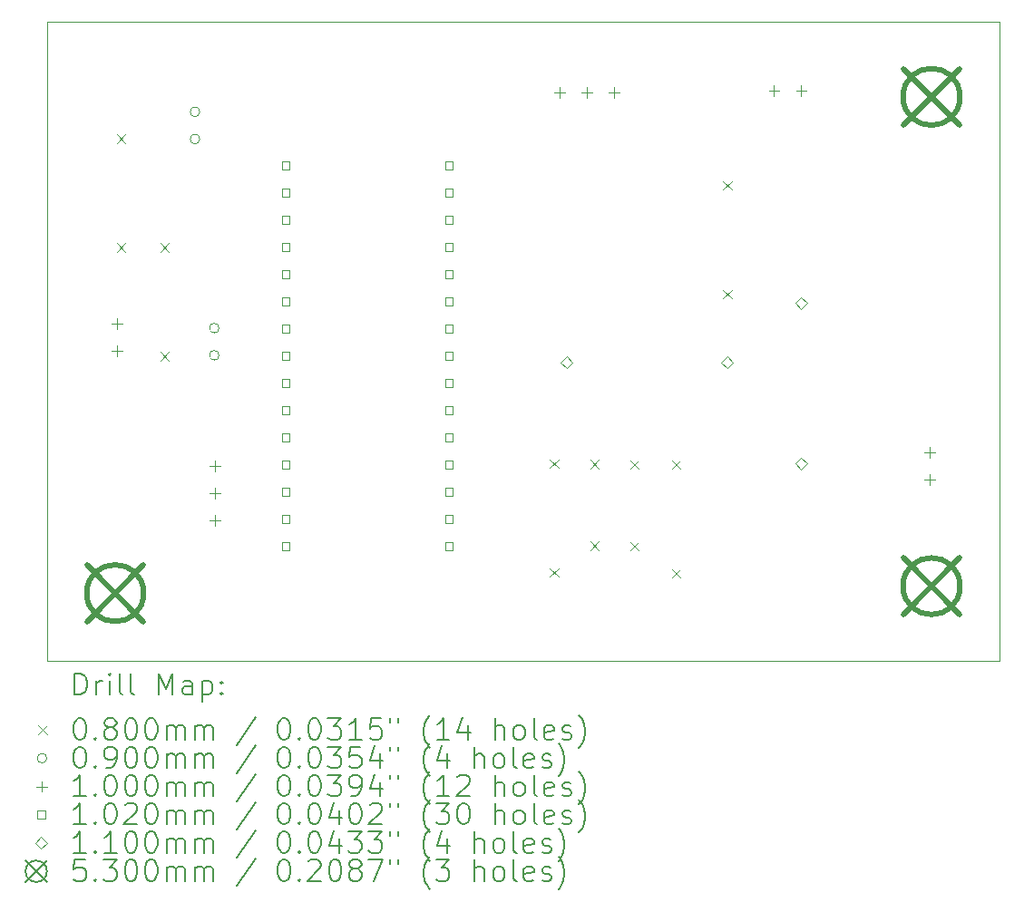
<source format=gbr>
%TF.GenerationSoftware,KiCad,Pcbnew,8.0.0*%
%TF.CreationDate,2024-05-29T15:57:05+02:00*%
%TF.ProjectId,FIR_filter_G431KB,4649525f-6669-46c7-9465-725f47343331,rev?*%
%TF.SameCoordinates,Original*%
%TF.FileFunction,Drillmap*%
%TF.FilePolarity,Positive*%
%FSLAX45Y45*%
G04 Gerber Fmt 4.5, Leading zero omitted, Abs format (unit mm)*
G04 Created by KiCad (PCBNEW 8.0.0) date 2024-05-29 15:57:05*
%MOMM*%
%LPD*%
G01*
G04 APERTURE LIST*
%ADD10C,0.050000*%
%ADD11C,0.200000*%
%ADD12C,0.100000*%
%ADD13C,0.102000*%
%ADD14C,0.110000*%
%ADD15C,0.530000*%
G04 APERTURE END LIST*
D10*
X17780000Y-9530000D02*
X26670000Y-9530000D01*
X26670000Y-15500000D01*
X17780000Y-15500000D01*
X17780000Y-9530000D01*
D11*
D12*
X18430000Y-10580000D02*
X18510000Y-10660000D01*
X18510000Y-10580000D02*
X18430000Y-10660000D01*
X18430000Y-11596000D02*
X18510000Y-11676000D01*
X18510000Y-11596000D02*
X18430000Y-11676000D01*
X18837000Y-11597000D02*
X18917000Y-11677000D01*
X18917000Y-11597000D02*
X18837000Y-11677000D01*
X18837000Y-12613000D02*
X18917000Y-12693000D01*
X18917000Y-12613000D02*
X18837000Y-12693000D01*
X22472000Y-13616000D02*
X22552000Y-13696000D01*
X22552000Y-13616000D02*
X22472000Y-13696000D01*
X22472000Y-14632000D02*
X22552000Y-14712000D01*
X22552000Y-14632000D02*
X22472000Y-14712000D01*
X22851000Y-13622000D02*
X22931000Y-13702000D01*
X22931000Y-13622000D02*
X22851000Y-13702000D01*
X22851000Y-14384000D02*
X22931000Y-14464000D01*
X22931000Y-14384000D02*
X22851000Y-14464000D01*
X23220000Y-13624000D02*
X23300000Y-13704000D01*
X23300000Y-13624000D02*
X23220000Y-13704000D01*
X23220000Y-14386000D02*
X23300000Y-14466000D01*
X23300000Y-14386000D02*
X23220000Y-14466000D01*
X23610000Y-13624000D02*
X23690000Y-13704000D01*
X23690000Y-13624000D02*
X23610000Y-13704000D01*
X23610000Y-14640000D02*
X23690000Y-14720000D01*
X23690000Y-14640000D02*
X23610000Y-14720000D01*
X24090000Y-11015000D02*
X24170000Y-11095000D01*
X24170000Y-11015000D02*
X24090000Y-11095000D01*
X24090000Y-12031000D02*
X24170000Y-12111000D01*
X24170000Y-12031000D02*
X24090000Y-12111000D01*
X19205000Y-10370000D02*
G75*
G02*
X19115000Y-10370000I-45000J0D01*
G01*
X19115000Y-10370000D02*
G75*
G02*
X19205000Y-10370000I45000J0D01*
G01*
X19205000Y-10624000D02*
G75*
G02*
X19115000Y-10624000I-45000J0D01*
G01*
X19115000Y-10624000D02*
G75*
G02*
X19205000Y-10624000I45000J0D01*
G01*
X19385000Y-12390000D02*
G75*
G02*
X19295000Y-12390000I-45000J0D01*
G01*
X19295000Y-12390000D02*
G75*
G02*
X19385000Y-12390000I45000J0D01*
G01*
X19385000Y-12644000D02*
G75*
G02*
X19295000Y-12644000I-45000J0D01*
G01*
X19295000Y-12644000D02*
G75*
G02*
X19385000Y-12644000I45000J0D01*
G01*
X18430000Y-12300000D02*
X18430000Y-12400000D01*
X18380000Y-12350000D02*
X18480000Y-12350000D01*
X18430000Y-12554000D02*
X18430000Y-12654000D01*
X18380000Y-12604000D02*
X18480000Y-12604000D01*
X19345000Y-13630000D02*
X19345000Y-13730000D01*
X19295000Y-13680000D02*
X19395000Y-13680000D01*
X19345000Y-13884000D02*
X19345000Y-13984000D01*
X19295000Y-13934000D02*
X19395000Y-13934000D01*
X19345000Y-14138000D02*
X19345000Y-14238000D01*
X19295000Y-14188000D02*
X19395000Y-14188000D01*
X22562000Y-10140000D02*
X22562000Y-10240000D01*
X22512000Y-10190000D02*
X22612000Y-10190000D01*
X22816000Y-10140000D02*
X22816000Y-10240000D01*
X22766000Y-10190000D02*
X22866000Y-10190000D01*
X23070000Y-10140000D02*
X23070000Y-10240000D01*
X23020000Y-10190000D02*
X23120000Y-10190000D01*
X24566000Y-10120000D02*
X24566000Y-10220000D01*
X24516000Y-10170000D02*
X24616000Y-10170000D01*
X24820000Y-10120000D02*
X24820000Y-10220000D01*
X24770000Y-10170000D02*
X24870000Y-10170000D01*
X26020000Y-13500000D02*
X26020000Y-13600000D01*
X25970000Y-13550000D02*
X26070000Y-13550000D01*
X26020000Y-13754000D02*
X26020000Y-13854000D01*
X25970000Y-13804000D02*
X26070000Y-13804000D01*
D13*
X20042063Y-10906063D02*
X20042063Y-10833937D01*
X19969937Y-10833937D01*
X19969937Y-10906063D01*
X20042063Y-10906063D01*
X20042063Y-11160063D02*
X20042063Y-11087937D01*
X19969937Y-11087937D01*
X19969937Y-11160063D01*
X20042063Y-11160063D01*
X20042063Y-11414063D02*
X20042063Y-11341937D01*
X19969937Y-11341937D01*
X19969937Y-11414063D01*
X20042063Y-11414063D01*
X20042063Y-11668063D02*
X20042063Y-11595937D01*
X19969937Y-11595937D01*
X19969937Y-11668063D01*
X20042063Y-11668063D01*
X20042063Y-11922063D02*
X20042063Y-11849937D01*
X19969937Y-11849937D01*
X19969937Y-11922063D01*
X20042063Y-11922063D01*
X20042063Y-12176063D02*
X20042063Y-12103937D01*
X19969937Y-12103937D01*
X19969937Y-12176063D01*
X20042063Y-12176063D01*
X20042063Y-12430063D02*
X20042063Y-12357937D01*
X19969937Y-12357937D01*
X19969937Y-12430063D01*
X20042063Y-12430063D01*
X20042063Y-12684063D02*
X20042063Y-12611937D01*
X19969937Y-12611937D01*
X19969937Y-12684063D01*
X20042063Y-12684063D01*
X20042063Y-12938063D02*
X20042063Y-12865937D01*
X19969937Y-12865937D01*
X19969937Y-12938063D01*
X20042063Y-12938063D01*
X20042063Y-13192063D02*
X20042063Y-13119937D01*
X19969937Y-13119937D01*
X19969937Y-13192063D01*
X20042063Y-13192063D01*
X20042063Y-13446063D02*
X20042063Y-13373937D01*
X19969937Y-13373937D01*
X19969937Y-13446063D01*
X20042063Y-13446063D01*
X20042063Y-13700063D02*
X20042063Y-13627937D01*
X19969937Y-13627937D01*
X19969937Y-13700063D01*
X20042063Y-13700063D01*
X20042063Y-13954063D02*
X20042063Y-13881937D01*
X19969937Y-13881937D01*
X19969937Y-13954063D01*
X20042063Y-13954063D01*
X20042063Y-14208063D02*
X20042063Y-14135937D01*
X19969937Y-14135937D01*
X19969937Y-14208063D01*
X20042063Y-14208063D01*
X20042063Y-14462063D02*
X20042063Y-14389937D01*
X19969937Y-14389937D01*
X19969937Y-14462063D01*
X20042063Y-14462063D01*
X21566063Y-10906063D02*
X21566063Y-10833937D01*
X21493937Y-10833937D01*
X21493937Y-10906063D01*
X21566063Y-10906063D01*
X21566063Y-11160063D02*
X21566063Y-11087937D01*
X21493937Y-11087937D01*
X21493937Y-11160063D01*
X21566063Y-11160063D01*
X21566063Y-11414063D02*
X21566063Y-11341937D01*
X21493937Y-11341937D01*
X21493937Y-11414063D01*
X21566063Y-11414063D01*
X21566063Y-11668063D02*
X21566063Y-11595937D01*
X21493937Y-11595937D01*
X21493937Y-11668063D01*
X21566063Y-11668063D01*
X21566063Y-11922063D02*
X21566063Y-11849937D01*
X21493937Y-11849937D01*
X21493937Y-11922063D01*
X21566063Y-11922063D01*
X21566063Y-12176063D02*
X21566063Y-12103937D01*
X21493937Y-12103937D01*
X21493937Y-12176063D01*
X21566063Y-12176063D01*
X21566063Y-12430063D02*
X21566063Y-12357937D01*
X21493937Y-12357937D01*
X21493937Y-12430063D01*
X21566063Y-12430063D01*
X21566063Y-12684063D02*
X21566063Y-12611937D01*
X21493937Y-12611937D01*
X21493937Y-12684063D01*
X21566063Y-12684063D01*
X21566063Y-12938063D02*
X21566063Y-12865937D01*
X21493937Y-12865937D01*
X21493937Y-12938063D01*
X21566063Y-12938063D01*
X21566063Y-13192063D02*
X21566063Y-13119937D01*
X21493937Y-13119937D01*
X21493937Y-13192063D01*
X21566063Y-13192063D01*
X21566063Y-13446063D02*
X21566063Y-13373937D01*
X21493937Y-13373937D01*
X21493937Y-13446063D01*
X21566063Y-13446063D01*
X21566063Y-13700063D02*
X21566063Y-13627937D01*
X21493937Y-13627937D01*
X21493937Y-13700063D01*
X21566063Y-13700063D01*
X21566063Y-13954063D02*
X21566063Y-13881937D01*
X21493937Y-13881937D01*
X21493937Y-13954063D01*
X21566063Y-13954063D01*
X21566063Y-14208063D02*
X21566063Y-14135937D01*
X21493937Y-14135937D01*
X21493937Y-14208063D01*
X21566063Y-14208063D01*
X21566063Y-14462063D02*
X21566063Y-14389937D01*
X21493937Y-14389937D01*
X21493937Y-14462063D01*
X21566063Y-14462063D01*
D14*
X22630000Y-12765000D02*
X22685000Y-12710000D01*
X22630000Y-12655000D01*
X22575000Y-12710000D01*
X22630000Y-12765000D01*
X24130000Y-12765000D02*
X24185000Y-12710000D01*
X24130000Y-12655000D01*
X24075000Y-12710000D01*
X24130000Y-12765000D01*
X24820000Y-12210000D02*
X24875000Y-12155000D01*
X24820000Y-12100000D01*
X24765000Y-12155000D01*
X24820000Y-12210000D01*
X24820000Y-13710000D02*
X24875000Y-13655000D01*
X24820000Y-13600000D01*
X24765000Y-13655000D01*
X24820000Y-13710000D01*
D15*
X18150000Y-14600000D02*
X18680000Y-15130000D01*
X18680000Y-14600000D02*
X18150000Y-15130000D01*
X18680000Y-14865000D02*
G75*
G02*
X18150000Y-14865000I-265000J0D01*
G01*
X18150000Y-14865000D02*
G75*
G02*
X18680000Y-14865000I265000J0D01*
G01*
X25770000Y-9965000D02*
X26300000Y-10495000D01*
X26300000Y-9965000D02*
X25770000Y-10495000D01*
X26300000Y-10230000D02*
G75*
G02*
X25770000Y-10230000I-265000J0D01*
G01*
X25770000Y-10230000D02*
G75*
G02*
X26300000Y-10230000I265000J0D01*
G01*
X25770000Y-14535000D02*
X26300000Y-15065000D01*
X26300000Y-14535000D02*
X25770000Y-15065000D01*
X26300000Y-14800000D02*
G75*
G02*
X25770000Y-14800000I-265000J0D01*
G01*
X25770000Y-14800000D02*
G75*
G02*
X26300000Y-14800000I265000J0D01*
G01*
D11*
X18038277Y-15813984D02*
X18038277Y-15613984D01*
X18038277Y-15613984D02*
X18085896Y-15613984D01*
X18085896Y-15613984D02*
X18114467Y-15623508D01*
X18114467Y-15623508D02*
X18133515Y-15642555D01*
X18133515Y-15642555D02*
X18143039Y-15661603D01*
X18143039Y-15661603D02*
X18152563Y-15699698D01*
X18152563Y-15699698D02*
X18152563Y-15728269D01*
X18152563Y-15728269D02*
X18143039Y-15766365D01*
X18143039Y-15766365D02*
X18133515Y-15785412D01*
X18133515Y-15785412D02*
X18114467Y-15804460D01*
X18114467Y-15804460D02*
X18085896Y-15813984D01*
X18085896Y-15813984D02*
X18038277Y-15813984D01*
X18238277Y-15813984D02*
X18238277Y-15680650D01*
X18238277Y-15718746D02*
X18247801Y-15699698D01*
X18247801Y-15699698D02*
X18257324Y-15690174D01*
X18257324Y-15690174D02*
X18276372Y-15680650D01*
X18276372Y-15680650D02*
X18295420Y-15680650D01*
X18362086Y-15813984D02*
X18362086Y-15680650D01*
X18362086Y-15613984D02*
X18352563Y-15623508D01*
X18352563Y-15623508D02*
X18362086Y-15633031D01*
X18362086Y-15633031D02*
X18371610Y-15623508D01*
X18371610Y-15623508D02*
X18362086Y-15613984D01*
X18362086Y-15613984D02*
X18362086Y-15633031D01*
X18485896Y-15813984D02*
X18466848Y-15804460D01*
X18466848Y-15804460D02*
X18457324Y-15785412D01*
X18457324Y-15785412D02*
X18457324Y-15613984D01*
X18590658Y-15813984D02*
X18571610Y-15804460D01*
X18571610Y-15804460D02*
X18562086Y-15785412D01*
X18562086Y-15785412D02*
X18562086Y-15613984D01*
X18819229Y-15813984D02*
X18819229Y-15613984D01*
X18819229Y-15613984D02*
X18885896Y-15756841D01*
X18885896Y-15756841D02*
X18952563Y-15613984D01*
X18952563Y-15613984D02*
X18952563Y-15813984D01*
X19133515Y-15813984D02*
X19133515Y-15709222D01*
X19133515Y-15709222D02*
X19123991Y-15690174D01*
X19123991Y-15690174D02*
X19104944Y-15680650D01*
X19104944Y-15680650D02*
X19066848Y-15680650D01*
X19066848Y-15680650D02*
X19047801Y-15690174D01*
X19133515Y-15804460D02*
X19114467Y-15813984D01*
X19114467Y-15813984D02*
X19066848Y-15813984D01*
X19066848Y-15813984D02*
X19047801Y-15804460D01*
X19047801Y-15804460D02*
X19038277Y-15785412D01*
X19038277Y-15785412D02*
X19038277Y-15766365D01*
X19038277Y-15766365D02*
X19047801Y-15747317D01*
X19047801Y-15747317D02*
X19066848Y-15737793D01*
X19066848Y-15737793D02*
X19114467Y-15737793D01*
X19114467Y-15737793D02*
X19133515Y-15728269D01*
X19228753Y-15680650D02*
X19228753Y-15880650D01*
X19228753Y-15690174D02*
X19247801Y-15680650D01*
X19247801Y-15680650D02*
X19285896Y-15680650D01*
X19285896Y-15680650D02*
X19304944Y-15690174D01*
X19304944Y-15690174D02*
X19314467Y-15699698D01*
X19314467Y-15699698D02*
X19323991Y-15718746D01*
X19323991Y-15718746D02*
X19323991Y-15775888D01*
X19323991Y-15775888D02*
X19314467Y-15794936D01*
X19314467Y-15794936D02*
X19304944Y-15804460D01*
X19304944Y-15804460D02*
X19285896Y-15813984D01*
X19285896Y-15813984D02*
X19247801Y-15813984D01*
X19247801Y-15813984D02*
X19228753Y-15804460D01*
X19409705Y-15794936D02*
X19419229Y-15804460D01*
X19419229Y-15804460D02*
X19409705Y-15813984D01*
X19409705Y-15813984D02*
X19400182Y-15804460D01*
X19400182Y-15804460D02*
X19409705Y-15794936D01*
X19409705Y-15794936D02*
X19409705Y-15813984D01*
X19409705Y-15690174D02*
X19419229Y-15699698D01*
X19419229Y-15699698D02*
X19409705Y-15709222D01*
X19409705Y-15709222D02*
X19400182Y-15699698D01*
X19400182Y-15699698D02*
X19409705Y-15690174D01*
X19409705Y-15690174D02*
X19409705Y-15709222D01*
D12*
X17697500Y-16102500D02*
X17777500Y-16182500D01*
X17777500Y-16102500D02*
X17697500Y-16182500D01*
D11*
X18076372Y-16033984D02*
X18095420Y-16033984D01*
X18095420Y-16033984D02*
X18114467Y-16043508D01*
X18114467Y-16043508D02*
X18123991Y-16053031D01*
X18123991Y-16053031D02*
X18133515Y-16072079D01*
X18133515Y-16072079D02*
X18143039Y-16110174D01*
X18143039Y-16110174D02*
X18143039Y-16157793D01*
X18143039Y-16157793D02*
X18133515Y-16195888D01*
X18133515Y-16195888D02*
X18123991Y-16214936D01*
X18123991Y-16214936D02*
X18114467Y-16224460D01*
X18114467Y-16224460D02*
X18095420Y-16233984D01*
X18095420Y-16233984D02*
X18076372Y-16233984D01*
X18076372Y-16233984D02*
X18057324Y-16224460D01*
X18057324Y-16224460D02*
X18047801Y-16214936D01*
X18047801Y-16214936D02*
X18038277Y-16195888D01*
X18038277Y-16195888D02*
X18028753Y-16157793D01*
X18028753Y-16157793D02*
X18028753Y-16110174D01*
X18028753Y-16110174D02*
X18038277Y-16072079D01*
X18038277Y-16072079D02*
X18047801Y-16053031D01*
X18047801Y-16053031D02*
X18057324Y-16043508D01*
X18057324Y-16043508D02*
X18076372Y-16033984D01*
X18228753Y-16214936D02*
X18238277Y-16224460D01*
X18238277Y-16224460D02*
X18228753Y-16233984D01*
X18228753Y-16233984D02*
X18219229Y-16224460D01*
X18219229Y-16224460D02*
X18228753Y-16214936D01*
X18228753Y-16214936D02*
X18228753Y-16233984D01*
X18352563Y-16119698D02*
X18333515Y-16110174D01*
X18333515Y-16110174D02*
X18323991Y-16100650D01*
X18323991Y-16100650D02*
X18314467Y-16081603D01*
X18314467Y-16081603D02*
X18314467Y-16072079D01*
X18314467Y-16072079D02*
X18323991Y-16053031D01*
X18323991Y-16053031D02*
X18333515Y-16043508D01*
X18333515Y-16043508D02*
X18352563Y-16033984D01*
X18352563Y-16033984D02*
X18390658Y-16033984D01*
X18390658Y-16033984D02*
X18409705Y-16043508D01*
X18409705Y-16043508D02*
X18419229Y-16053031D01*
X18419229Y-16053031D02*
X18428753Y-16072079D01*
X18428753Y-16072079D02*
X18428753Y-16081603D01*
X18428753Y-16081603D02*
X18419229Y-16100650D01*
X18419229Y-16100650D02*
X18409705Y-16110174D01*
X18409705Y-16110174D02*
X18390658Y-16119698D01*
X18390658Y-16119698D02*
X18352563Y-16119698D01*
X18352563Y-16119698D02*
X18333515Y-16129222D01*
X18333515Y-16129222D02*
X18323991Y-16138746D01*
X18323991Y-16138746D02*
X18314467Y-16157793D01*
X18314467Y-16157793D02*
X18314467Y-16195888D01*
X18314467Y-16195888D02*
X18323991Y-16214936D01*
X18323991Y-16214936D02*
X18333515Y-16224460D01*
X18333515Y-16224460D02*
X18352563Y-16233984D01*
X18352563Y-16233984D02*
X18390658Y-16233984D01*
X18390658Y-16233984D02*
X18409705Y-16224460D01*
X18409705Y-16224460D02*
X18419229Y-16214936D01*
X18419229Y-16214936D02*
X18428753Y-16195888D01*
X18428753Y-16195888D02*
X18428753Y-16157793D01*
X18428753Y-16157793D02*
X18419229Y-16138746D01*
X18419229Y-16138746D02*
X18409705Y-16129222D01*
X18409705Y-16129222D02*
X18390658Y-16119698D01*
X18552563Y-16033984D02*
X18571610Y-16033984D01*
X18571610Y-16033984D02*
X18590658Y-16043508D01*
X18590658Y-16043508D02*
X18600182Y-16053031D01*
X18600182Y-16053031D02*
X18609705Y-16072079D01*
X18609705Y-16072079D02*
X18619229Y-16110174D01*
X18619229Y-16110174D02*
X18619229Y-16157793D01*
X18619229Y-16157793D02*
X18609705Y-16195888D01*
X18609705Y-16195888D02*
X18600182Y-16214936D01*
X18600182Y-16214936D02*
X18590658Y-16224460D01*
X18590658Y-16224460D02*
X18571610Y-16233984D01*
X18571610Y-16233984D02*
X18552563Y-16233984D01*
X18552563Y-16233984D02*
X18533515Y-16224460D01*
X18533515Y-16224460D02*
X18523991Y-16214936D01*
X18523991Y-16214936D02*
X18514467Y-16195888D01*
X18514467Y-16195888D02*
X18504944Y-16157793D01*
X18504944Y-16157793D02*
X18504944Y-16110174D01*
X18504944Y-16110174D02*
X18514467Y-16072079D01*
X18514467Y-16072079D02*
X18523991Y-16053031D01*
X18523991Y-16053031D02*
X18533515Y-16043508D01*
X18533515Y-16043508D02*
X18552563Y-16033984D01*
X18743039Y-16033984D02*
X18762086Y-16033984D01*
X18762086Y-16033984D02*
X18781134Y-16043508D01*
X18781134Y-16043508D02*
X18790658Y-16053031D01*
X18790658Y-16053031D02*
X18800182Y-16072079D01*
X18800182Y-16072079D02*
X18809705Y-16110174D01*
X18809705Y-16110174D02*
X18809705Y-16157793D01*
X18809705Y-16157793D02*
X18800182Y-16195888D01*
X18800182Y-16195888D02*
X18790658Y-16214936D01*
X18790658Y-16214936D02*
X18781134Y-16224460D01*
X18781134Y-16224460D02*
X18762086Y-16233984D01*
X18762086Y-16233984D02*
X18743039Y-16233984D01*
X18743039Y-16233984D02*
X18723991Y-16224460D01*
X18723991Y-16224460D02*
X18714467Y-16214936D01*
X18714467Y-16214936D02*
X18704944Y-16195888D01*
X18704944Y-16195888D02*
X18695420Y-16157793D01*
X18695420Y-16157793D02*
X18695420Y-16110174D01*
X18695420Y-16110174D02*
X18704944Y-16072079D01*
X18704944Y-16072079D02*
X18714467Y-16053031D01*
X18714467Y-16053031D02*
X18723991Y-16043508D01*
X18723991Y-16043508D02*
X18743039Y-16033984D01*
X18895420Y-16233984D02*
X18895420Y-16100650D01*
X18895420Y-16119698D02*
X18904944Y-16110174D01*
X18904944Y-16110174D02*
X18923991Y-16100650D01*
X18923991Y-16100650D02*
X18952563Y-16100650D01*
X18952563Y-16100650D02*
X18971610Y-16110174D01*
X18971610Y-16110174D02*
X18981134Y-16129222D01*
X18981134Y-16129222D02*
X18981134Y-16233984D01*
X18981134Y-16129222D02*
X18990658Y-16110174D01*
X18990658Y-16110174D02*
X19009705Y-16100650D01*
X19009705Y-16100650D02*
X19038277Y-16100650D01*
X19038277Y-16100650D02*
X19057325Y-16110174D01*
X19057325Y-16110174D02*
X19066848Y-16129222D01*
X19066848Y-16129222D02*
X19066848Y-16233984D01*
X19162086Y-16233984D02*
X19162086Y-16100650D01*
X19162086Y-16119698D02*
X19171610Y-16110174D01*
X19171610Y-16110174D02*
X19190658Y-16100650D01*
X19190658Y-16100650D02*
X19219229Y-16100650D01*
X19219229Y-16100650D02*
X19238277Y-16110174D01*
X19238277Y-16110174D02*
X19247801Y-16129222D01*
X19247801Y-16129222D02*
X19247801Y-16233984D01*
X19247801Y-16129222D02*
X19257325Y-16110174D01*
X19257325Y-16110174D02*
X19276372Y-16100650D01*
X19276372Y-16100650D02*
X19304944Y-16100650D01*
X19304944Y-16100650D02*
X19323991Y-16110174D01*
X19323991Y-16110174D02*
X19333515Y-16129222D01*
X19333515Y-16129222D02*
X19333515Y-16233984D01*
X19723991Y-16024460D02*
X19552563Y-16281603D01*
X19981134Y-16033984D02*
X20000182Y-16033984D01*
X20000182Y-16033984D02*
X20019229Y-16043508D01*
X20019229Y-16043508D02*
X20028753Y-16053031D01*
X20028753Y-16053031D02*
X20038277Y-16072079D01*
X20038277Y-16072079D02*
X20047801Y-16110174D01*
X20047801Y-16110174D02*
X20047801Y-16157793D01*
X20047801Y-16157793D02*
X20038277Y-16195888D01*
X20038277Y-16195888D02*
X20028753Y-16214936D01*
X20028753Y-16214936D02*
X20019229Y-16224460D01*
X20019229Y-16224460D02*
X20000182Y-16233984D01*
X20000182Y-16233984D02*
X19981134Y-16233984D01*
X19981134Y-16233984D02*
X19962087Y-16224460D01*
X19962087Y-16224460D02*
X19952563Y-16214936D01*
X19952563Y-16214936D02*
X19943039Y-16195888D01*
X19943039Y-16195888D02*
X19933515Y-16157793D01*
X19933515Y-16157793D02*
X19933515Y-16110174D01*
X19933515Y-16110174D02*
X19943039Y-16072079D01*
X19943039Y-16072079D02*
X19952563Y-16053031D01*
X19952563Y-16053031D02*
X19962087Y-16043508D01*
X19962087Y-16043508D02*
X19981134Y-16033984D01*
X20133515Y-16214936D02*
X20143039Y-16224460D01*
X20143039Y-16224460D02*
X20133515Y-16233984D01*
X20133515Y-16233984D02*
X20123991Y-16224460D01*
X20123991Y-16224460D02*
X20133515Y-16214936D01*
X20133515Y-16214936D02*
X20133515Y-16233984D01*
X20266848Y-16033984D02*
X20285896Y-16033984D01*
X20285896Y-16033984D02*
X20304944Y-16043508D01*
X20304944Y-16043508D02*
X20314468Y-16053031D01*
X20314468Y-16053031D02*
X20323991Y-16072079D01*
X20323991Y-16072079D02*
X20333515Y-16110174D01*
X20333515Y-16110174D02*
X20333515Y-16157793D01*
X20333515Y-16157793D02*
X20323991Y-16195888D01*
X20323991Y-16195888D02*
X20314468Y-16214936D01*
X20314468Y-16214936D02*
X20304944Y-16224460D01*
X20304944Y-16224460D02*
X20285896Y-16233984D01*
X20285896Y-16233984D02*
X20266848Y-16233984D01*
X20266848Y-16233984D02*
X20247801Y-16224460D01*
X20247801Y-16224460D02*
X20238277Y-16214936D01*
X20238277Y-16214936D02*
X20228753Y-16195888D01*
X20228753Y-16195888D02*
X20219229Y-16157793D01*
X20219229Y-16157793D02*
X20219229Y-16110174D01*
X20219229Y-16110174D02*
X20228753Y-16072079D01*
X20228753Y-16072079D02*
X20238277Y-16053031D01*
X20238277Y-16053031D02*
X20247801Y-16043508D01*
X20247801Y-16043508D02*
X20266848Y-16033984D01*
X20400182Y-16033984D02*
X20523991Y-16033984D01*
X20523991Y-16033984D02*
X20457325Y-16110174D01*
X20457325Y-16110174D02*
X20485896Y-16110174D01*
X20485896Y-16110174D02*
X20504944Y-16119698D01*
X20504944Y-16119698D02*
X20514468Y-16129222D01*
X20514468Y-16129222D02*
X20523991Y-16148269D01*
X20523991Y-16148269D02*
X20523991Y-16195888D01*
X20523991Y-16195888D02*
X20514468Y-16214936D01*
X20514468Y-16214936D02*
X20504944Y-16224460D01*
X20504944Y-16224460D02*
X20485896Y-16233984D01*
X20485896Y-16233984D02*
X20428753Y-16233984D01*
X20428753Y-16233984D02*
X20409706Y-16224460D01*
X20409706Y-16224460D02*
X20400182Y-16214936D01*
X20714468Y-16233984D02*
X20600182Y-16233984D01*
X20657325Y-16233984D02*
X20657325Y-16033984D01*
X20657325Y-16033984D02*
X20638277Y-16062555D01*
X20638277Y-16062555D02*
X20619229Y-16081603D01*
X20619229Y-16081603D02*
X20600182Y-16091127D01*
X20895420Y-16033984D02*
X20800182Y-16033984D01*
X20800182Y-16033984D02*
X20790658Y-16129222D01*
X20790658Y-16129222D02*
X20800182Y-16119698D01*
X20800182Y-16119698D02*
X20819229Y-16110174D01*
X20819229Y-16110174D02*
X20866849Y-16110174D01*
X20866849Y-16110174D02*
X20885896Y-16119698D01*
X20885896Y-16119698D02*
X20895420Y-16129222D01*
X20895420Y-16129222D02*
X20904944Y-16148269D01*
X20904944Y-16148269D02*
X20904944Y-16195888D01*
X20904944Y-16195888D02*
X20895420Y-16214936D01*
X20895420Y-16214936D02*
X20885896Y-16224460D01*
X20885896Y-16224460D02*
X20866849Y-16233984D01*
X20866849Y-16233984D02*
X20819229Y-16233984D01*
X20819229Y-16233984D02*
X20800182Y-16224460D01*
X20800182Y-16224460D02*
X20790658Y-16214936D01*
X20981134Y-16033984D02*
X20981134Y-16072079D01*
X21057325Y-16033984D02*
X21057325Y-16072079D01*
X21352563Y-16310174D02*
X21343039Y-16300650D01*
X21343039Y-16300650D02*
X21323991Y-16272079D01*
X21323991Y-16272079D02*
X21314468Y-16253031D01*
X21314468Y-16253031D02*
X21304944Y-16224460D01*
X21304944Y-16224460D02*
X21295420Y-16176841D01*
X21295420Y-16176841D02*
X21295420Y-16138746D01*
X21295420Y-16138746D02*
X21304944Y-16091127D01*
X21304944Y-16091127D02*
X21314468Y-16062555D01*
X21314468Y-16062555D02*
X21323991Y-16043508D01*
X21323991Y-16043508D02*
X21343039Y-16014936D01*
X21343039Y-16014936D02*
X21352563Y-16005412D01*
X21533515Y-16233984D02*
X21419230Y-16233984D01*
X21476372Y-16233984D02*
X21476372Y-16033984D01*
X21476372Y-16033984D02*
X21457325Y-16062555D01*
X21457325Y-16062555D02*
X21438277Y-16081603D01*
X21438277Y-16081603D02*
X21419230Y-16091127D01*
X21704944Y-16100650D02*
X21704944Y-16233984D01*
X21657325Y-16024460D02*
X21609706Y-16167317D01*
X21609706Y-16167317D02*
X21733515Y-16167317D01*
X21962087Y-16233984D02*
X21962087Y-16033984D01*
X22047801Y-16233984D02*
X22047801Y-16129222D01*
X22047801Y-16129222D02*
X22038277Y-16110174D01*
X22038277Y-16110174D02*
X22019230Y-16100650D01*
X22019230Y-16100650D02*
X21990658Y-16100650D01*
X21990658Y-16100650D02*
X21971611Y-16110174D01*
X21971611Y-16110174D02*
X21962087Y-16119698D01*
X22171611Y-16233984D02*
X22152563Y-16224460D01*
X22152563Y-16224460D02*
X22143039Y-16214936D01*
X22143039Y-16214936D02*
X22133515Y-16195888D01*
X22133515Y-16195888D02*
X22133515Y-16138746D01*
X22133515Y-16138746D02*
X22143039Y-16119698D01*
X22143039Y-16119698D02*
X22152563Y-16110174D01*
X22152563Y-16110174D02*
X22171611Y-16100650D01*
X22171611Y-16100650D02*
X22200182Y-16100650D01*
X22200182Y-16100650D02*
X22219230Y-16110174D01*
X22219230Y-16110174D02*
X22228753Y-16119698D01*
X22228753Y-16119698D02*
X22238277Y-16138746D01*
X22238277Y-16138746D02*
X22238277Y-16195888D01*
X22238277Y-16195888D02*
X22228753Y-16214936D01*
X22228753Y-16214936D02*
X22219230Y-16224460D01*
X22219230Y-16224460D02*
X22200182Y-16233984D01*
X22200182Y-16233984D02*
X22171611Y-16233984D01*
X22352563Y-16233984D02*
X22333515Y-16224460D01*
X22333515Y-16224460D02*
X22323992Y-16205412D01*
X22323992Y-16205412D02*
X22323992Y-16033984D01*
X22504944Y-16224460D02*
X22485896Y-16233984D01*
X22485896Y-16233984D02*
X22447801Y-16233984D01*
X22447801Y-16233984D02*
X22428753Y-16224460D01*
X22428753Y-16224460D02*
X22419230Y-16205412D01*
X22419230Y-16205412D02*
X22419230Y-16129222D01*
X22419230Y-16129222D02*
X22428753Y-16110174D01*
X22428753Y-16110174D02*
X22447801Y-16100650D01*
X22447801Y-16100650D02*
X22485896Y-16100650D01*
X22485896Y-16100650D02*
X22504944Y-16110174D01*
X22504944Y-16110174D02*
X22514468Y-16129222D01*
X22514468Y-16129222D02*
X22514468Y-16148269D01*
X22514468Y-16148269D02*
X22419230Y-16167317D01*
X22590658Y-16224460D02*
X22609706Y-16233984D01*
X22609706Y-16233984D02*
X22647801Y-16233984D01*
X22647801Y-16233984D02*
X22666849Y-16224460D01*
X22666849Y-16224460D02*
X22676372Y-16205412D01*
X22676372Y-16205412D02*
X22676372Y-16195888D01*
X22676372Y-16195888D02*
X22666849Y-16176841D01*
X22666849Y-16176841D02*
X22647801Y-16167317D01*
X22647801Y-16167317D02*
X22619230Y-16167317D01*
X22619230Y-16167317D02*
X22600182Y-16157793D01*
X22600182Y-16157793D02*
X22590658Y-16138746D01*
X22590658Y-16138746D02*
X22590658Y-16129222D01*
X22590658Y-16129222D02*
X22600182Y-16110174D01*
X22600182Y-16110174D02*
X22619230Y-16100650D01*
X22619230Y-16100650D02*
X22647801Y-16100650D01*
X22647801Y-16100650D02*
X22666849Y-16110174D01*
X22743039Y-16310174D02*
X22752563Y-16300650D01*
X22752563Y-16300650D02*
X22771611Y-16272079D01*
X22771611Y-16272079D02*
X22781134Y-16253031D01*
X22781134Y-16253031D02*
X22790658Y-16224460D01*
X22790658Y-16224460D02*
X22800182Y-16176841D01*
X22800182Y-16176841D02*
X22800182Y-16138746D01*
X22800182Y-16138746D02*
X22790658Y-16091127D01*
X22790658Y-16091127D02*
X22781134Y-16062555D01*
X22781134Y-16062555D02*
X22771611Y-16043508D01*
X22771611Y-16043508D02*
X22752563Y-16014936D01*
X22752563Y-16014936D02*
X22743039Y-16005412D01*
D12*
X17777500Y-16406500D02*
G75*
G02*
X17687500Y-16406500I-45000J0D01*
G01*
X17687500Y-16406500D02*
G75*
G02*
X17777500Y-16406500I45000J0D01*
G01*
D11*
X18076372Y-16297984D02*
X18095420Y-16297984D01*
X18095420Y-16297984D02*
X18114467Y-16307508D01*
X18114467Y-16307508D02*
X18123991Y-16317031D01*
X18123991Y-16317031D02*
X18133515Y-16336079D01*
X18133515Y-16336079D02*
X18143039Y-16374174D01*
X18143039Y-16374174D02*
X18143039Y-16421793D01*
X18143039Y-16421793D02*
X18133515Y-16459888D01*
X18133515Y-16459888D02*
X18123991Y-16478936D01*
X18123991Y-16478936D02*
X18114467Y-16488460D01*
X18114467Y-16488460D02*
X18095420Y-16497984D01*
X18095420Y-16497984D02*
X18076372Y-16497984D01*
X18076372Y-16497984D02*
X18057324Y-16488460D01*
X18057324Y-16488460D02*
X18047801Y-16478936D01*
X18047801Y-16478936D02*
X18038277Y-16459888D01*
X18038277Y-16459888D02*
X18028753Y-16421793D01*
X18028753Y-16421793D02*
X18028753Y-16374174D01*
X18028753Y-16374174D02*
X18038277Y-16336079D01*
X18038277Y-16336079D02*
X18047801Y-16317031D01*
X18047801Y-16317031D02*
X18057324Y-16307508D01*
X18057324Y-16307508D02*
X18076372Y-16297984D01*
X18228753Y-16478936D02*
X18238277Y-16488460D01*
X18238277Y-16488460D02*
X18228753Y-16497984D01*
X18228753Y-16497984D02*
X18219229Y-16488460D01*
X18219229Y-16488460D02*
X18228753Y-16478936D01*
X18228753Y-16478936D02*
X18228753Y-16497984D01*
X18333515Y-16497984D02*
X18371610Y-16497984D01*
X18371610Y-16497984D02*
X18390658Y-16488460D01*
X18390658Y-16488460D02*
X18400182Y-16478936D01*
X18400182Y-16478936D02*
X18419229Y-16450365D01*
X18419229Y-16450365D02*
X18428753Y-16412269D01*
X18428753Y-16412269D02*
X18428753Y-16336079D01*
X18428753Y-16336079D02*
X18419229Y-16317031D01*
X18419229Y-16317031D02*
X18409705Y-16307508D01*
X18409705Y-16307508D02*
X18390658Y-16297984D01*
X18390658Y-16297984D02*
X18352563Y-16297984D01*
X18352563Y-16297984D02*
X18333515Y-16307508D01*
X18333515Y-16307508D02*
X18323991Y-16317031D01*
X18323991Y-16317031D02*
X18314467Y-16336079D01*
X18314467Y-16336079D02*
X18314467Y-16383698D01*
X18314467Y-16383698D02*
X18323991Y-16402746D01*
X18323991Y-16402746D02*
X18333515Y-16412269D01*
X18333515Y-16412269D02*
X18352563Y-16421793D01*
X18352563Y-16421793D02*
X18390658Y-16421793D01*
X18390658Y-16421793D02*
X18409705Y-16412269D01*
X18409705Y-16412269D02*
X18419229Y-16402746D01*
X18419229Y-16402746D02*
X18428753Y-16383698D01*
X18552563Y-16297984D02*
X18571610Y-16297984D01*
X18571610Y-16297984D02*
X18590658Y-16307508D01*
X18590658Y-16307508D02*
X18600182Y-16317031D01*
X18600182Y-16317031D02*
X18609705Y-16336079D01*
X18609705Y-16336079D02*
X18619229Y-16374174D01*
X18619229Y-16374174D02*
X18619229Y-16421793D01*
X18619229Y-16421793D02*
X18609705Y-16459888D01*
X18609705Y-16459888D02*
X18600182Y-16478936D01*
X18600182Y-16478936D02*
X18590658Y-16488460D01*
X18590658Y-16488460D02*
X18571610Y-16497984D01*
X18571610Y-16497984D02*
X18552563Y-16497984D01*
X18552563Y-16497984D02*
X18533515Y-16488460D01*
X18533515Y-16488460D02*
X18523991Y-16478936D01*
X18523991Y-16478936D02*
X18514467Y-16459888D01*
X18514467Y-16459888D02*
X18504944Y-16421793D01*
X18504944Y-16421793D02*
X18504944Y-16374174D01*
X18504944Y-16374174D02*
X18514467Y-16336079D01*
X18514467Y-16336079D02*
X18523991Y-16317031D01*
X18523991Y-16317031D02*
X18533515Y-16307508D01*
X18533515Y-16307508D02*
X18552563Y-16297984D01*
X18743039Y-16297984D02*
X18762086Y-16297984D01*
X18762086Y-16297984D02*
X18781134Y-16307508D01*
X18781134Y-16307508D02*
X18790658Y-16317031D01*
X18790658Y-16317031D02*
X18800182Y-16336079D01*
X18800182Y-16336079D02*
X18809705Y-16374174D01*
X18809705Y-16374174D02*
X18809705Y-16421793D01*
X18809705Y-16421793D02*
X18800182Y-16459888D01*
X18800182Y-16459888D02*
X18790658Y-16478936D01*
X18790658Y-16478936D02*
X18781134Y-16488460D01*
X18781134Y-16488460D02*
X18762086Y-16497984D01*
X18762086Y-16497984D02*
X18743039Y-16497984D01*
X18743039Y-16497984D02*
X18723991Y-16488460D01*
X18723991Y-16488460D02*
X18714467Y-16478936D01*
X18714467Y-16478936D02*
X18704944Y-16459888D01*
X18704944Y-16459888D02*
X18695420Y-16421793D01*
X18695420Y-16421793D02*
X18695420Y-16374174D01*
X18695420Y-16374174D02*
X18704944Y-16336079D01*
X18704944Y-16336079D02*
X18714467Y-16317031D01*
X18714467Y-16317031D02*
X18723991Y-16307508D01*
X18723991Y-16307508D02*
X18743039Y-16297984D01*
X18895420Y-16497984D02*
X18895420Y-16364650D01*
X18895420Y-16383698D02*
X18904944Y-16374174D01*
X18904944Y-16374174D02*
X18923991Y-16364650D01*
X18923991Y-16364650D02*
X18952563Y-16364650D01*
X18952563Y-16364650D02*
X18971610Y-16374174D01*
X18971610Y-16374174D02*
X18981134Y-16393222D01*
X18981134Y-16393222D02*
X18981134Y-16497984D01*
X18981134Y-16393222D02*
X18990658Y-16374174D01*
X18990658Y-16374174D02*
X19009705Y-16364650D01*
X19009705Y-16364650D02*
X19038277Y-16364650D01*
X19038277Y-16364650D02*
X19057325Y-16374174D01*
X19057325Y-16374174D02*
X19066848Y-16393222D01*
X19066848Y-16393222D02*
X19066848Y-16497984D01*
X19162086Y-16497984D02*
X19162086Y-16364650D01*
X19162086Y-16383698D02*
X19171610Y-16374174D01*
X19171610Y-16374174D02*
X19190658Y-16364650D01*
X19190658Y-16364650D02*
X19219229Y-16364650D01*
X19219229Y-16364650D02*
X19238277Y-16374174D01*
X19238277Y-16374174D02*
X19247801Y-16393222D01*
X19247801Y-16393222D02*
X19247801Y-16497984D01*
X19247801Y-16393222D02*
X19257325Y-16374174D01*
X19257325Y-16374174D02*
X19276372Y-16364650D01*
X19276372Y-16364650D02*
X19304944Y-16364650D01*
X19304944Y-16364650D02*
X19323991Y-16374174D01*
X19323991Y-16374174D02*
X19333515Y-16393222D01*
X19333515Y-16393222D02*
X19333515Y-16497984D01*
X19723991Y-16288460D02*
X19552563Y-16545603D01*
X19981134Y-16297984D02*
X20000182Y-16297984D01*
X20000182Y-16297984D02*
X20019229Y-16307508D01*
X20019229Y-16307508D02*
X20028753Y-16317031D01*
X20028753Y-16317031D02*
X20038277Y-16336079D01*
X20038277Y-16336079D02*
X20047801Y-16374174D01*
X20047801Y-16374174D02*
X20047801Y-16421793D01*
X20047801Y-16421793D02*
X20038277Y-16459888D01*
X20038277Y-16459888D02*
X20028753Y-16478936D01*
X20028753Y-16478936D02*
X20019229Y-16488460D01*
X20019229Y-16488460D02*
X20000182Y-16497984D01*
X20000182Y-16497984D02*
X19981134Y-16497984D01*
X19981134Y-16497984D02*
X19962087Y-16488460D01*
X19962087Y-16488460D02*
X19952563Y-16478936D01*
X19952563Y-16478936D02*
X19943039Y-16459888D01*
X19943039Y-16459888D02*
X19933515Y-16421793D01*
X19933515Y-16421793D02*
X19933515Y-16374174D01*
X19933515Y-16374174D02*
X19943039Y-16336079D01*
X19943039Y-16336079D02*
X19952563Y-16317031D01*
X19952563Y-16317031D02*
X19962087Y-16307508D01*
X19962087Y-16307508D02*
X19981134Y-16297984D01*
X20133515Y-16478936D02*
X20143039Y-16488460D01*
X20143039Y-16488460D02*
X20133515Y-16497984D01*
X20133515Y-16497984D02*
X20123991Y-16488460D01*
X20123991Y-16488460D02*
X20133515Y-16478936D01*
X20133515Y-16478936D02*
X20133515Y-16497984D01*
X20266848Y-16297984D02*
X20285896Y-16297984D01*
X20285896Y-16297984D02*
X20304944Y-16307508D01*
X20304944Y-16307508D02*
X20314468Y-16317031D01*
X20314468Y-16317031D02*
X20323991Y-16336079D01*
X20323991Y-16336079D02*
X20333515Y-16374174D01*
X20333515Y-16374174D02*
X20333515Y-16421793D01*
X20333515Y-16421793D02*
X20323991Y-16459888D01*
X20323991Y-16459888D02*
X20314468Y-16478936D01*
X20314468Y-16478936D02*
X20304944Y-16488460D01*
X20304944Y-16488460D02*
X20285896Y-16497984D01*
X20285896Y-16497984D02*
X20266848Y-16497984D01*
X20266848Y-16497984D02*
X20247801Y-16488460D01*
X20247801Y-16488460D02*
X20238277Y-16478936D01*
X20238277Y-16478936D02*
X20228753Y-16459888D01*
X20228753Y-16459888D02*
X20219229Y-16421793D01*
X20219229Y-16421793D02*
X20219229Y-16374174D01*
X20219229Y-16374174D02*
X20228753Y-16336079D01*
X20228753Y-16336079D02*
X20238277Y-16317031D01*
X20238277Y-16317031D02*
X20247801Y-16307508D01*
X20247801Y-16307508D02*
X20266848Y-16297984D01*
X20400182Y-16297984D02*
X20523991Y-16297984D01*
X20523991Y-16297984D02*
X20457325Y-16374174D01*
X20457325Y-16374174D02*
X20485896Y-16374174D01*
X20485896Y-16374174D02*
X20504944Y-16383698D01*
X20504944Y-16383698D02*
X20514468Y-16393222D01*
X20514468Y-16393222D02*
X20523991Y-16412269D01*
X20523991Y-16412269D02*
X20523991Y-16459888D01*
X20523991Y-16459888D02*
X20514468Y-16478936D01*
X20514468Y-16478936D02*
X20504944Y-16488460D01*
X20504944Y-16488460D02*
X20485896Y-16497984D01*
X20485896Y-16497984D02*
X20428753Y-16497984D01*
X20428753Y-16497984D02*
X20409706Y-16488460D01*
X20409706Y-16488460D02*
X20400182Y-16478936D01*
X20704944Y-16297984D02*
X20609706Y-16297984D01*
X20609706Y-16297984D02*
X20600182Y-16393222D01*
X20600182Y-16393222D02*
X20609706Y-16383698D01*
X20609706Y-16383698D02*
X20628753Y-16374174D01*
X20628753Y-16374174D02*
X20676372Y-16374174D01*
X20676372Y-16374174D02*
X20695420Y-16383698D01*
X20695420Y-16383698D02*
X20704944Y-16393222D01*
X20704944Y-16393222D02*
X20714468Y-16412269D01*
X20714468Y-16412269D02*
X20714468Y-16459888D01*
X20714468Y-16459888D02*
X20704944Y-16478936D01*
X20704944Y-16478936D02*
X20695420Y-16488460D01*
X20695420Y-16488460D02*
X20676372Y-16497984D01*
X20676372Y-16497984D02*
X20628753Y-16497984D01*
X20628753Y-16497984D02*
X20609706Y-16488460D01*
X20609706Y-16488460D02*
X20600182Y-16478936D01*
X20885896Y-16364650D02*
X20885896Y-16497984D01*
X20838277Y-16288460D02*
X20790658Y-16431317D01*
X20790658Y-16431317D02*
X20914468Y-16431317D01*
X20981134Y-16297984D02*
X20981134Y-16336079D01*
X21057325Y-16297984D02*
X21057325Y-16336079D01*
X21352563Y-16574174D02*
X21343039Y-16564650D01*
X21343039Y-16564650D02*
X21323991Y-16536079D01*
X21323991Y-16536079D02*
X21314468Y-16517031D01*
X21314468Y-16517031D02*
X21304944Y-16488460D01*
X21304944Y-16488460D02*
X21295420Y-16440841D01*
X21295420Y-16440841D02*
X21295420Y-16402746D01*
X21295420Y-16402746D02*
X21304944Y-16355127D01*
X21304944Y-16355127D02*
X21314468Y-16326555D01*
X21314468Y-16326555D02*
X21323991Y-16307508D01*
X21323991Y-16307508D02*
X21343039Y-16278936D01*
X21343039Y-16278936D02*
X21352563Y-16269412D01*
X21514468Y-16364650D02*
X21514468Y-16497984D01*
X21466849Y-16288460D02*
X21419230Y-16431317D01*
X21419230Y-16431317D02*
X21543039Y-16431317D01*
X21771611Y-16497984D02*
X21771611Y-16297984D01*
X21857325Y-16497984D02*
X21857325Y-16393222D01*
X21857325Y-16393222D02*
X21847801Y-16374174D01*
X21847801Y-16374174D02*
X21828753Y-16364650D01*
X21828753Y-16364650D02*
X21800182Y-16364650D01*
X21800182Y-16364650D02*
X21781134Y-16374174D01*
X21781134Y-16374174D02*
X21771611Y-16383698D01*
X21981134Y-16497984D02*
X21962087Y-16488460D01*
X21962087Y-16488460D02*
X21952563Y-16478936D01*
X21952563Y-16478936D02*
X21943039Y-16459888D01*
X21943039Y-16459888D02*
X21943039Y-16402746D01*
X21943039Y-16402746D02*
X21952563Y-16383698D01*
X21952563Y-16383698D02*
X21962087Y-16374174D01*
X21962087Y-16374174D02*
X21981134Y-16364650D01*
X21981134Y-16364650D02*
X22009706Y-16364650D01*
X22009706Y-16364650D02*
X22028753Y-16374174D01*
X22028753Y-16374174D02*
X22038277Y-16383698D01*
X22038277Y-16383698D02*
X22047801Y-16402746D01*
X22047801Y-16402746D02*
X22047801Y-16459888D01*
X22047801Y-16459888D02*
X22038277Y-16478936D01*
X22038277Y-16478936D02*
X22028753Y-16488460D01*
X22028753Y-16488460D02*
X22009706Y-16497984D01*
X22009706Y-16497984D02*
X21981134Y-16497984D01*
X22162087Y-16497984D02*
X22143039Y-16488460D01*
X22143039Y-16488460D02*
X22133515Y-16469412D01*
X22133515Y-16469412D02*
X22133515Y-16297984D01*
X22314468Y-16488460D02*
X22295420Y-16497984D01*
X22295420Y-16497984D02*
X22257325Y-16497984D01*
X22257325Y-16497984D02*
X22238277Y-16488460D01*
X22238277Y-16488460D02*
X22228753Y-16469412D01*
X22228753Y-16469412D02*
X22228753Y-16393222D01*
X22228753Y-16393222D02*
X22238277Y-16374174D01*
X22238277Y-16374174D02*
X22257325Y-16364650D01*
X22257325Y-16364650D02*
X22295420Y-16364650D01*
X22295420Y-16364650D02*
X22314468Y-16374174D01*
X22314468Y-16374174D02*
X22323992Y-16393222D01*
X22323992Y-16393222D02*
X22323992Y-16412269D01*
X22323992Y-16412269D02*
X22228753Y-16431317D01*
X22400182Y-16488460D02*
X22419230Y-16497984D01*
X22419230Y-16497984D02*
X22457325Y-16497984D01*
X22457325Y-16497984D02*
X22476372Y-16488460D01*
X22476372Y-16488460D02*
X22485896Y-16469412D01*
X22485896Y-16469412D02*
X22485896Y-16459888D01*
X22485896Y-16459888D02*
X22476372Y-16440841D01*
X22476372Y-16440841D02*
X22457325Y-16431317D01*
X22457325Y-16431317D02*
X22428753Y-16431317D01*
X22428753Y-16431317D02*
X22409706Y-16421793D01*
X22409706Y-16421793D02*
X22400182Y-16402746D01*
X22400182Y-16402746D02*
X22400182Y-16393222D01*
X22400182Y-16393222D02*
X22409706Y-16374174D01*
X22409706Y-16374174D02*
X22428753Y-16364650D01*
X22428753Y-16364650D02*
X22457325Y-16364650D01*
X22457325Y-16364650D02*
X22476372Y-16374174D01*
X22552563Y-16574174D02*
X22562087Y-16564650D01*
X22562087Y-16564650D02*
X22581134Y-16536079D01*
X22581134Y-16536079D02*
X22590658Y-16517031D01*
X22590658Y-16517031D02*
X22600182Y-16488460D01*
X22600182Y-16488460D02*
X22609706Y-16440841D01*
X22609706Y-16440841D02*
X22609706Y-16402746D01*
X22609706Y-16402746D02*
X22600182Y-16355127D01*
X22600182Y-16355127D02*
X22590658Y-16326555D01*
X22590658Y-16326555D02*
X22581134Y-16307508D01*
X22581134Y-16307508D02*
X22562087Y-16278936D01*
X22562087Y-16278936D02*
X22552563Y-16269412D01*
D12*
X17727500Y-16620500D02*
X17727500Y-16720500D01*
X17677500Y-16670500D02*
X17777500Y-16670500D01*
D11*
X18143039Y-16761984D02*
X18028753Y-16761984D01*
X18085896Y-16761984D02*
X18085896Y-16561984D01*
X18085896Y-16561984D02*
X18066848Y-16590555D01*
X18066848Y-16590555D02*
X18047801Y-16609603D01*
X18047801Y-16609603D02*
X18028753Y-16619127D01*
X18228753Y-16742936D02*
X18238277Y-16752460D01*
X18238277Y-16752460D02*
X18228753Y-16761984D01*
X18228753Y-16761984D02*
X18219229Y-16752460D01*
X18219229Y-16752460D02*
X18228753Y-16742936D01*
X18228753Y-16742936D02*
X18228753Y-16761984D01*
X18362086Y-16561984D02*
X18381134Y-16561984D01*
X18381134Y-16561984D02*
X18400182Y-16571508D01*
X18400182Y-16571508D02*
X18409705Y-16581031D01*
X18409705Y-16581031D02*
X18419229Y-16600079D01*
X18419229Y-16600079D02*
X18428753Y-16638174D01*
X18428753Y-16638174D02*
X18428753Y-16685793D01*
X18428753Y-16685793D02*
X18419229Y-16723888D01*
X18419229Y-16723888D02*
X18409705Y-16742936D01*
X18409705Y-16742936D02*
X18400182Y-16752460D01*
X18400182Y-16752460D02*
X18381134Y-16761984D01*
X18381134Y-16761984D02*
X18362086Y-16761984D01*
X18362086Y-16761984D02*
X18343039Y-16752460D01*
X18343039Y-16752460D02*
X18333515Y-16742936D01*
X18333515Y-16742936D02*
X18323991Y-16723888D01*
X18323991Y-16723888D02*
X18314467Y-16685793D01*
X18314467Y-16685793D02*
X18314467Y-16638174D01*
X18314467Y-16638174D02*
X18323991Y-16600079D01*
X18323991Y-16600079D02*
X18333515Y-16581031D01*
X18333515Y-16581031D02*
X18343039Y-16571508D01*
X18343039Y-16571508D02*
X18362086Y-16561984D01*
X18552563Y-16561984D02*
X18571610Y-16561984D01*
X18571610Y-16561984D02*
X18590658Y-16571508D01*
X18590658Y-16571508D02*
X18600182Y-16581031D01*
X18600182Y-16581031D02*
X18609705Y-16600079D01*
X18609705Y-16600079D02*
X18619229Y-16638174D01*
X18619229Y-16638174D02*
X18619229Y-16685793D01*
X18619229Y-16685793D02*
X18609705Y-16723888D01*
X18609705Y-16723888D02*
X18600182Y-16742936D01*
X18600182Y-16742936D02*
X18590658Y-16752460D01*
X18590658Y-16752460D02*
X18571610Y-16761984D01*
X18571610Y-16761984D02*
X18552563Y-16761984D01*
X18552563Y-16761984D02*
X18533515Y-16752460D01*
X18533515Y-16752460D02*
X18523991Y-16742936D01*
X18523991Y-16742936D02*
X18514467Y-16723888D01*
X18514467Y-16723888D02*
X18504944Y-16685793D01*
X18504944Y-16685793D02*
X18504944Y-16638174D01*
X18504944Y-16638174D02*
X18514467Y-16600079D01*
X18514467Y-16600079D02*
X18523991Y-16581031D01*
X18523991Y-16581031D02*
X18533515Y-16571508D01*
X18533515Y-16571508D02*
X18552563Y-16561984D01*
X18743039Y-16561984D02*
X18762086Y-16561984D01*
X18762086Y-16561984D02*
X18781134Y-16571508D01*
X18781134Y-16571508D02*
X18790658Y-16581031D01*
X18790658Y-16581031D02*
X18800182Y-16600079D01*
X18800182Y-16600079D02*
X18809705Y-16638174D01*
X18809705Y-16638174D02*
X18809705Y-16685793D01*
X18809705Y-16685793D02*
X18800182Y-16723888D01*
X18800182Y-16723888D02*
X18790658Y-16742936D01*
X18790658Y-16742936D02*
X18781134Y-16752460D01*
X18781134Y-16752460D02*
X18762086Y-16761984D01*
X18762086Y-16761984D02*
X18743039Y-16761984D01*
X18743039Y-16761984D02*
X18723991Y-16752460D01*
X18723991Y-16752460D02*
X18714467Y-16742936D01*
X18714467Y-16742936D02*
X18704944Y-16723888D01*
X18704944Y-16723888D02*
X18695420Y-16685793D01*
X18695420Y-16685793D02*
X18695420Y-16638174D01*
X18695420Y-16638174D02*
X18704944Y-16600079D01*
X18704944Y-16600079D02*
X18714467Y-16581031D01*
X18714467Y-16581031D02*
X18723991Y-16571508D01*
X18723991Y-16571508D02*
X18743039Y-16561984D01*
X18895420Y-16761984D02*
X18895420Y-16628650D01*
X18895420Y-16647698D02*
X18904944Y-16638174D01*
X18904944Y-16638174D02*
X18923991Y-16628650D01*
X18923991Y-16628650D02*
X18952563Y-16628650D01*
X18952563Y-16628650D02*
X18971610Y-16638174D01*
X18971610Y-16638174D02*
X18981134Y-16657222D01*
X18981134Y-16657222D02*
X18981134Y-16761984D01*
X18981134Y-16657222D02*
X18990658Y-16638174D01*
X18990658Y-16638174D02*
X19009705Y-16628650D01*
X19009705Y-16628650D02*
X19038277Y-16628650D01*
X19038277Y-16628650D02*
X19057325Y-16638174D01*
X19057325Y-16638174D02*
X19066848Y-16657222D01*
X19066848Y-16657222D02*
X19066848Y-16761984D01*
X19162086Y-16761984D02*
X19162086Y-16628650D01*
X19162086Y-16647698D02*
X19171610Y-16638174D01*
X19171610Y-16638174D02*
X19190658Y-16628650D01*
X19190658Y-16628650D02*
X19219229Y-16628650D01*
X19219229Y-16628650D02*
X19238277Y-16638174D01*
X19238277Y-16638174D02*
X19247801Y-16657222D01*
X19247801Y-16657222D02*
X19247801Y-16761984D01*
X19247801Y-16657222D02*
X19257325Y-16638174D01*
X19257325Y-16638174D02*
X19276372Y-16628650D01*
X19276372Y-16628650D02*
X19304944Y-16628650D01*
X19304944Y-16628650D02*
X19323991Y-16638174D01*
X19323991Y-16638174D02*
X19333515Y-16657222D01*
X19333515Y-16657222D02*
X19333515Y-16761984D01*
X19723991Y-16552460D02*
X19552563Y-16809603D01*
X19981134Y-16561984D02*
X20000182Y-16561984D01*
X20000182Y-16561984D02*
X20019229Y-16571508D01*
X20019229Y-16571508D02*
X20028753Y-16581031D01*
X20028753Y-16581031D02*
X20038277Y-16600079D01*
X20038277Y-16600079D02*
X20047801Y-16638174D01*
X20047801Y-16638174D02*
X20047801Y-16685793D01*
X20047801Y-16685793D02*
X20038277Y-16723888D01*
X20038277Y-16723888D02*
X20028753Y-16742936D01*
X20028753Y-16742936D02*
X20019229Y-16752460D01*
X20019229Y-16752460D02*
X20000182Y-16761984D01*
X20000182Y-16761984D02*
X19981134Y-16761984D01*
X19981134Y-16761984D02*
X19962087Y-16752460D01*
X19962087Y-16752460D02*
X19952563Y-16742936D01*
X19952563Y-16742936D02*
X19943039Y-16723888D01*
X19943039Y-16723888D02*
X19933515Y-16685793D01*
X19933515Y-16685793D02*
X19933515Y-16638174D01*
X19933515Y-16638174D02*
X19943039Y-16600079D01*
X19943039Y-16600079D02*
X19952563Y-16581031D01*
X19952563Y-16581031D02*
X19962087Y-16571508D01*
X19962087Y-16571508D02*
X19981134Y-16561984D01*
X20133515Y-16742936D02*
X20143039Y-16752460D01*
X20143039Y-16752460D02*
X20133515Y-16761984D01*
X20133515Y-16761984D02*
X20123991Y-16752460D01*
X20123991Y-16752460D02*
X20133515Y-16742936D01*
X20133515Y-16742936D02*
X20133515Y-16761984D01*
X20266848Y-16561984D02*
X20285896Y-16561984D01*
X20285896Y-16561984D02*
X20304944Y-16571508D01*
X20304944Y-16571508D02*
X20314468Y-16581031D01*
X20314468Y-16581031D02*
X20323991Y-16600079D01*
X20323991Y-16600079D02*
X20333515Y-16638174D01*
X20333515Y-16638174D02*
X20333515Y-16685793D01*
X20333515Y-16685793D02*
X20323991Y-16723888D01*
X20323991Y-16723888D02*
X20314468Y-16742936D01*
X20314468Y-16742936D02*
X20304944Y-16752460D01*
X20304944Y-16752460D02*
X20285896Y-16761984D01*
X20285896Y-16761984D02*
X20266848Y-16761984D01*
X20266848Y-16761984D02*
X20247801Y-16752460D01*
X20247801Y-16752460D02*
X20238277Y-16742936D01*
X20238277Y-16742936D02*
X20228753Y-16723888D01*
X20228753Y-16723888D02*
X20219229Y-16685793D01*
X20219229Y-16685793D02*
X20219229Y-16638174D01*
X20219229Y-16638174D02*
X20228753Y-16600079D01*
X20228753Y-16600079D02*
X20238277Y-16581031D01*
X20238277Y-16581031D02*
X20247801Y-16571508D01*
X20247801Y-16571508D02*
X20266848Y-16561984D01*
X20400182Y-16561984D02*
X20523991Y-16561984D01*
X20523991Y-16561984D02*
X20457325Y-16638174D01*
X20457325Y-16638174D02*
X20485896Y-16638174D01*
X20485896Y-16638174D02*
X20504944Y-16647698D01*
X20504944Y-16647698D02*
X20514468Y-16657222D01*
X20514468Y-16657222D02*
X20523991Y-16676269D01*
X20523991Y-16676269D02*
X20523991Y-16723888D01*
X20523991Y-16723888D02*
X20514468Y-16742936D01*
X20514468Y-16742936D02*
X20504944Y-16752460D01*
X20504944Y-16752460D02*
X20485896Y-16761984D01*
X20485896Y-16761984D02*
X20428753Y-16761984D01*
X20428753Y-16761984D02*
X20409706Y-16752460D01*
X20409706Y-16752460D02*
X20400182Y-16742936D01*
X20619229Y-16761984D02*
X20657325Y-16761984D01*
X20657325Y-16761984D02*
X20676372Y-16752460D01*
X20676372Y-16752460D02*
X20685896Y-16742936D01*
X20685896Y-16742936D02*
X20704944Y-16714365D01*
X20704944Y-16714365D02*
X20714468Y-16676269D01*
X20714468Y-16676269D02*
X20714468Y-16600079D01*
X20714468Y-16600079D02*
X20704944Y-16581031D01*
X20704944Y-16581031D02*
X20695420Y-16571508D01*
X20695420Y-16571508D02*
X20676372Y-16561984D01*
X20676372Y-16561984D02*
X20638277Y-16561984D01*
X20638277Y-16561984D02*
X20619229Y-16571508D01*
X20619229Y-16571508D02*
X20609706Y-16581031D01*
X20609706Y-16581031D02*
X20600182Y-16600079D01*
X20600182Y-16600079D02*
X20600182Y-16647698D01*
X20600182Y-16647698D02*
X20609706Y-16666746D01*
X20609706Y-16666746D02*
X20619229Y-16676269D01*
X20619229Y-16676269D02*
X20638277Y-16685793D01*
X20638277Y-16685793D02*
X20676372Y-16685793D01*
X20676372Y-16685793D02*
X20695420Y-16676269D01*
X20695420Y-16676269D02*
X20704944Y-16666746D01*
X20704944Y-16666746D02*
X20714468Y-16647698D01*
X20885896Y-16628650D02*
X20885896Y-16761984D01*
X20838277Y-16552460D02*
X20790658Y-16695317D01*
X20790658Y-16695317D02*
X20914468Y-16695317D01*
X20981134Y-16561984D02*
X20981134Y-16600079D01*
X21057325Y-16561984D02*
X21057325Y-16600079D01*
X21352563Y-16838174D02*
X21343039Y-16828650D01*
X21343039Y-16828650D02*
X21323991Y-16800079D01*
X21323991Y-16800079D02*
X21314468Y-16781031D01*
X21314468Y-16781031D02*
X21304944Y-16752460D01*
X21304944Y-16752460D02*
X21295420Y-16704841D01*
X21295420Y-16704841D02*
X21295420Y-16666746D01*
X21295420Y-16666746D02*
X21304944Y-16619127D01*
X21304944Y-16619127D02*
X21314468Y-16590555D01*
X21314468Y-16590555D02*
X21323991Y-16571508D01*
X21323991Y-16571508D02*
X21343039Y-16542936D01*
X21343039Y-16542936D02*
X21352563Y-16533412D01*
X21533515Y-16761984D02*
X21419230Y-16761984D01*
X21476372Y-16761984D02*
X21476372Y-16561984D01*
X21476372Y-16561984D02*
X21457325Y-16590555D01*
X21457325Y-16590555D02*
X21438277Y-16609603D01*
X21438277Y-16609603D02*
X21419230Y-16619127D01*
X21609706Y-16581031D02*
X21619230Y-16571508D01*
X21619230Y-16571508D02*
X21638277Y-16561984D01*
X21638277Y-16561984D02*
X21685896Y-16561984D01*
X21685896Y-16561984D02*
X21704944Y-16571508D01*
X21704944Y-16571508D02*
X21714468Y-16581031D01*
X21714468Y-16581031D02*
X21723991Y-16600079D01*
X21723991Y-16600079D02*
X21723991Y-16619127D01*
X21723991Y-16619127D02*
X21714468Y-16647698D01*
X21714468Y-16647698D02*
X21600182Y-16761984D01*
X21600182Y-16761984D02*
X21723991Y-16761984D01*
X21962087Y-16761984D02*
X21962087Y-16561984D01*
X22047801Y-16761984D02*
X22047801Y-16657222D01*
X22047801Y-16657222D02*
X22038277Y-16638174D01*
X22038277Y-16638174D02*
X22019230Y-16628650D01*
X22019230Y-16628650D02*
X21990658Y-16628650D01*
X21990658Y-16628650D02*
X21971611Y-16638174D01*
X21971611Y-16638174D02*
X21962087Y-16647698D01*
X22171611Y-16761984D02*
X22152563Y-16752460D01*
X22152563Y-16752460D02*
X22143039Y-16742936D01*
X22143039Y-16742936D02*
X22133515Y-16723888D01*
X22133515Y-16723888D02*
X22133515Y-16666746D01*
X22133515Y-16666746D02*
X22143039Y-16647698D01*
X22143039Y-16647698D02*
X22152563Y-16638174D01*
X22152563Y-16638174D02*
X22171611Y-16628650D01*
X22171611Y-16628650D02*
X22200182Y-16628650D01*
X22200182Y-16628650D02*
X22219230Y-16638174D01*
X22219230Y-16638174D02*
X22228753Y-16647698D01*
X22228753Y-16647698D02*
X22238277Y-16666746D01*
X22238277Y-16666746D02*
X22238277Y-16723888D01*
X22238277Y-16723888D02*
X22228753Y-16742936D01*
X22228753Y-16742936D02*
X22219230Y-16752460D01*
X22219230Y-16752460D02*
X22200182Y-16761984D01*
X22200182Y-16761984D02*
X22171611Y-16761984D01*
X22352563Y-16761984D02*
X22333515Y-16752460D01*
X22333515Y-16752460D02*
X22323992Y-16733412D01*
X22323992Y-16733412D02*
X22323992Y-16561984D01*
X22504944Y-16752460D02*
X22485896Y-16761984D01*
X22485896Y-16761984D02*
X22447801Y-16761984D01*
X22447801Y-16761984D02*
X22428753Y-16752460D01*
X22428753Y-16752460D02*
X22419230Y-16733412D01*
X22419230Y-16733412D02*
X22419230Y-16657222D01*
X22419230Y-16657222D02*
X22428753Y-16638174D01*
X22428753Y-16638174D02*
X22447801Y-16628650D01*
X22447801Y-16628650D02*
X22485896Y-16628650D01*
X22485896Y-16628650D02*
X22504944Y-16638174D01*
X22504944Y-16638174D02*
X22514468Y-16657222D01*
X22514468Y-16657222D02*
X22514468Y-16676269D01*
X22514468Y-16676269D02*
X22419230Y-16695317D01*
X22590658Y-16752460D02*
X22609706Y-16761984D01*
X22609706Y-16761984D02*
X22647801Y-16761984D01*
X22647801Y-16761984D02*
X22666849Y-16752460D01*
X22666849Y-16752460D02*
X22676372Y-16733412D01*
X22676372Y-16733412D02*
X22676372Y-16723888D01*
X22676372Y-16723888D02*
X22666849Y-16704841D01*
X22666849Y-16704841D02*
X22647801Y-16695317D01*
X22647801Y-16695317D02*
X22619230Y-16695317D01*
X22619230Y-16695317D02*
X22600182Y-16685793D01*
X22600182Y-16685793D02*
X22590658Y-16666746D01*
X22590658Y-16666746D02*
X22590658Y-16657222D01*
X22590658Y-16657222D02*
X22600182Y-16638174D01*
X22600182Y-16638174D02*
X22619230Y-16628650D01*
X22619230Y-16628650D02*
X22647801Y-16628650D01*
X22647801Y-16628650D02*
X22666849Y-16638174D01*
X22743039Y-16838174D02*
X22752563Y-16828650D01*
X22752563Y-16828650D02*
X22771611Y-16800079D01*
X22771611Y-16800079D02*
X22781134Y-16781031D01*
X22781134Y-16781031D02*
X22790658Y-16752460D01*
X22790658Y-16752460D02*
X22800182Y-16704841D01*
X22800182Y-16704841D02*
X22800182Y-16666746D01*
X22800182Y-16666746D02*
X22790658Y-16619127D01*
X22790658Y-16619127D02*
X22781134Y-16590555D01*
X22781134Y-16590555D02*
X22771611Y-16571508D01*
X22771611Y-16571508D02*
X22752563Y-16542936D01*
X22752563Y-16542936D02*
X22743039Y-16533412D01*
D13*
X17762563Y-16970563D02*
X17762563Y-16898437D01*
X17690437Y-16898437D01*
X17690437Y-16970563D01*
X17762563Y-16970563D01*
D11*
X18143039Y-17025984D02*
X18028753Y-17025984D01*
X18085896Y-17025984D02*
X18085896Y-16825984D01*
X18085896Y-16825984D02*
X18066848Y-16854555D01*
X18066848Y-16854555D02*
X18047801Y-16873603D01*
X18047801Y-16873603D02*
X18028753Y-16883127D01*
X18228753Y-17006936D02*
X18238277Y-17016460D01*
X18238277Y-17016460D02*
X18228753Y-17025984D01*
X18228753Y-17025984D02*
X18219229Y-17016460D01*
X18219229Y-17016460D02*
X18228753Y-17006936D01*
X18228753Y-17006936D02*
X18228753Y-17025984D01*
X18362086Y-16825984D02*
X18381134Y-16825984D01*
X18381134Y-16825984D02*
X18400182Y-16835508D01*
X18400182Y-16835508D02*
X18409705Y-16845031D01*
X18409705Y-16845031D02*
X18419229Y-16864079D01*
X18419229Y-16864079D02*
X18428753Y-16902174D01*
X18428753Y-16902174D02*
X18428753Y-16949793D01*
X18428753Y-16949793D02*
X18419229Y-16987889D01*
X18419229Y-16987889D02*
X18409705Y-17006936D01*
X18409705Y-17006936D02*
X18400182Y-17016460D01*
X18400182Y-17016460D02*
X18381134Y-17025984D01*
X18381134Y-17025984D02*
X18362086Y-17025984D01*
X18362086Y-17025984D02*
X18343039Y-17016460D01*
X18343039Y-17016460D02*
X18333515Y-17006936D01*
X18333515Y-17006936D02*
X18323991Y-16987889D01*
X18323991Y-16987889D02*
X18314467Y-16949793D01*
X18314467Y-16949793D02*
X18314467Y-16902174D01*
X18314467Y-16902174D02*
X18323991Y-16864079D01*
X18323991Y-16864079D02*
X18333515Y-16845031D01*
X18333515Y-16845031D02*
X18343039Y-16835508D01*
X18343039Y-16835508D02*
X18362086Y-16825984D01*
X18504944Y-16845031D02*
X18514467Y-16835508D01*
X18514467Y-16835508D02*
X18533515Y-16825984D01*
X18533515Y-16825984D02*
X18581134Y-16825984D01*
X18581134Y-16825984D02*
X18600182Y-16835508D01*
X18600182Y-16835508D02*
X18609705Y-16845031D01*
X18609705Y-16845031D02*
X18619229Y-16864079D01*
X18619229Y-16864079D02*
X18619229Y-16883127D01*
X18619229Y-16883127D02*
X18609705Y-16911698D01*
X18609705Y-16911698D02*
X18495420Y-17025984D01*
X18495420Y-17025984D02*
X18619229Y-17025984D01*
X18743039Y-16825984D02*
X18762086Y-16825984D01*
X18762086Y-16825984D02*
X18781134Y-16835508D01*
X18781134Y-16835508D02*
X18790658Y-16845031D01*
X18790658Y-16845031D02*
X18800182Y-16864079D01*
X18800182Y-16864079D02*
X18809705Y-16902174D01*
X18809705Y-16902174D02*
X18809705Y-16949793D01*
X18809705Y-16949793D02*
X18800182Y-16987889D01*
X18800182Y-16987889D02*
X18790658Y-17006936D01*
X18790658Y-17006936D02*
X18781134Y-17016460D01*
X18781134Y-17016460D02*
X18762086Y-17025984D01*
X18762086Y-17025984D02*
X18743039Y-17025984D01*
X18743039Y-17025984D02*
X18723991Y-17016460D01*
X18723991Y-17016460D02*
X18714467Y-17006936D01*
X18714467Y-17006936D02*
X18704944Y-16987889D01*
X18704944Y-16987889D02*
X18695420Y-16949793D01*
X18695420Y-16949793D02*
X18695420Y-16902174D01*
X18695420Y-16902174D02*
X18704944Y-16864079D01*
X18704944Y-16864079D02*
X18714467Y-16845031D01*
X18714467Y-16845031D02*
X18723991Y-16835508D01*
X18723991Y-16835508D02*
X18743039Y-16825984D01*
X18895420Y-17025984D02*
X18895420Y-16892650D01*
X18895420Y-16911698D02*
X18904944Y-16902174D01*
X18904944Y-16902174D02*
X18923991Y-16892650D01*
X18923991Y-16892650D02*
X18952563Y-16892650D01*
X18952563Y-16892650D02*
X18971610Y-16902174D01*
X18971610Y-16902174D02*
X18981134Y-16921222D01*
X18981134Y-16921222D02*
X18981134Y-17025984D01*
X18981134Y-16921222D02*
X18990658Y-16902174D01*
X18990658Y-16902174D02*
X19009705Y-16892650D01*
X19009705Y-16892650D02*
X19038277Y-16892650D01*
X19038277Y-16892650D02*
X19057325Y-16902174D01*
X19057325Y-16902174D02*
X19066848Y-16921222D01*
X19066848Y-16921222D02*
X19066848Y-17025984D01*
X19162086Y-17025984D02*
X19162086Y-16892650D01*
X19162086Y-16911698D02*
X19171610Y-16902174D01*
X19171610Y-16902174D02*
X19190658Y-16892650D01*
X19190658Y-16892650D02*
X19219229Y-16892650D01*
X19219229Y-16892650D02*
X19238277Y-16902174D01*
X19238277Y-16902174D02*
X19247801Y-16921222D01*
X19247801Y-16921222D02*
X19247801Y-17025984D01*
X19247801Y-16921222D02*
X19257325Y-16902174D01*
X19257325Y-16902174D02*
X19276372Y-16892650D01*
X19276372Y-16892650D02*
X19304944Y-16892650D01*
X19304944Y-16892650D02*
X19323991Y-16902174D01*
X19323991Y-16902174D02*
X19333515Y-16921222D01*
X19333515Y-16921222D02*
X19333515Y-17025984D01*
X19723991Y-16816460D02*
X19552563Y-17073603D01*
X19981134Y-16825984D02*
X20000182Y-16825984D01*
X20000182Y-16825984D02*
X20019229Y-16835508D01*
X20019229Y-16835508D02*
X20028753Y-16845031D01*
X20028753Y-16845031D02*
X20038277Y-16864079D01*
X20038277Y-16864079D02*
X20047801Y-16902174D01*
X20047801Y-16902174D02*
X20047801Y-16949793D01*
X20047801Y-16949793D02*
X20038277Y-16987889D01*
X20038277Y-16987889D02*
X20028753Y-17006936D01*
X20028753Y-17006936D02*
X20019229Y-17016460D01*
X20019229Y-17016460D02*
X20000182Y-17025984D01*
X20000182Y-17025984D02*
X19981134Y-17025984D01*
X19981134Y-17025984D02*
X19962087Y-17016460D01*
X19962087Y-17016460D02*
X19952563Y-17006936D01*
X19952563Y-17006936D02*
X19943039Y-16987889D01*
X19943039Y-16987889D02*
X19933515Y-16949793D01*
X19933515Y-16949793D02*
X19933515Y-16902174D01*
X19933515Y-16902174D02*
X19943039Y-16864079D01*
X19943039Y-16864079D02*
X19952563Y-16845031D01*
X19952563Y-16845031D02*
X19962087Y-16835508D01*
X19962087Y-16835508D02*
X19981134Y-16825984D01*
X20133515Y-17006936D02*
X20143039Y-17016460D01*
X20143039Y-17016460D02*
X20133515Y-17025984D01*
X20133515Y-17025984D02*
X20123991Y-17016460D01*
X20123991Y-17016460D02*
X20133515Y-17006936D01*
X20133515Y-17006936D02*
X20133515Y-17025984D01*
X20266848Y-16825984D02*
X20285896Y-16825984D01*
X20285896Y-16825984D02*
X20304944Y-16835508D01*
X20304944Y-16835508D02*
X20314468Y-16845031D01*
X20314468Y-16845031D02*
X20323991Y-16864079D01*
X20323991Y-16864079D02*
X20333515Y-16902174D01*
X20333515Y-16902174D02*
X20333515Y-16949793D01*
X20333515Y-16949793D02*
X20323991Y-16987889D01*
X20323991Y-16987889D02*
X20314468Y-17006936D01*
X20314468Y-17006936D02*
X20304944Y-17016460D01*
X20304944Y-17016460D02*
X20285896Y-17025984D01*
X20285896Y-17025984D02*
X20266848Y-17025984D01*
X20266848Y-17025984D02*
X20247801Y-17016460D01*
X20247801Y-17016460D02*
X20238277Y-17006936D01*
X20238277Y-17006936D02*
X20228753Y-16987889D01*
X20228753Y-16987889D02*
X20219229Y-16949793D01*
X20219229Y-16949793D02*
X20219229Y-16902174D01*
X20219229Y-16902174D02*
X20228753Y-16864079D01*
X20228753Y-16864079D02*
X20238277Y-16845031D01*
X20238277Y-16845031D02*
X20247801Y-16835508D01*
X20247801Y-16835508D02*
X20266848Y-16825984D01*
X20504944Y-16892650D02*
X20504944Y-17025984D01*
X20457325Y-16816460D02*
X20409706Y-16959317D01*
X20409706Y-16959317D02*
X20533515Y-16959317D01*
X20647801Y-16825984D02*
X20666849Y-16825984D01*
X20666849Y-16825984D02*
X20685896Y-16835508D01*
X20685896Y-16835508D02*
X20695420Y-16845031D01*
X20695420Y-16845031D02*
X20704944Y-16864079D01*
X20704944Y-16864079D02*
X20714468Y-16902174D01*
X20714468Y-16902174D02*
X20714468Y-16949793D01*
X20714468Y-16949793D02*
X20704944Y-16987889D01*
X20704944Y-16987889D02*
X20695420Y-17006936D01*
X20695420Y-17006936D02*
X20685896Y-17016460D01*
X20685896Y-17016460D02*
X20666849Y-17025984D01*
X20666849Y-17025984D02*
X20647801Y-17025984D01*
X20647801Y-17025984D02*
X20628753Y-17016460D01*
X20628753Y-17016460D02*
X20619229Y-17006936D01*
X20619229Y-17006936D02*
X20609706Y-16987889D01*
X20609706Y-16987889D02*
X20600182Y-16949793D01*
X20600182Y-16949793D02*
X20600182Y-16902174D01*
X20600182Y-16902174D02*
X20609706Y-16864079D01*
X20609706Y-16864079D02*
X20619229Y-16845031D01*
X20619229Y-16845031D02*
X20628753Y-16835508D01*
X20628753Y-16835508D02*
X20647801Y-16825984D01*
X20790658Y-16845031D02*
X20800182Y-16835508D01*
X20800182Y-16835508D02*
X20819229Y-16825984D01*
X20819229Y-16825984D02*
X20866849Y-16825984D01*
X20866849Y-16825984D02*
X20885896Y-16835508D01*
X20885896Y-16835508D02*
X20895420Y-16845031D01*
X20895420Y-16845031D02*
X20904944Y-16864079D01*
X20904944Y-16864079D02*
X20904944Y-16883127D01*
X20904944Y-16883127D02*
X20895420Y-16911698D01*
X20895420Y-16911698D02*
X20781134Y-17025984D01*
X20781134Y-17025984D02*
X20904944Y-17025984D01*
X20981134Y-16825984D02*
X20981134Y-16864079D01*
X21057325Y-16825984D02*
X21057325Y-16864079D01*
X21352563Y-17102174D02*
X21343039Y-17092650D01*
X21343039Y-17092650D02*
X21323991Y-17064079D01*
X21323991Y-17064079D02*
X21314468Y-17045031D01*
X21314468Y-17045031D02*
X21304944Y-17016460D01*
X21304944Y-17016460D02*
X21295420Y-16968841D01*
X21295420Y-16968841D02*
X21295420Y-16930746D01*
X21295420Y-16930746D02*
X21304944Y-16883127D01*
X21304944Y-16883127D02*
X21314468Y-16854555D01*
X21314468Y-16854555D02*
X21323991Y-16835508D01*
X21323991Y-16835508D02*
X21343039Y-16806936D01*
X21343039Y-16806936D02*
X21352563Y-16797412D01*
X21409706Y-16825984D02*
X21533515Y-16825984D01*
X21533515Y-16825984D02*
X21466849Y-16902174D01*
X21466849Y-16902174D02*
X21495420Y-16902174D01*
X21495420Y-16902174D02*
X21514468Y-16911698D01*
X21514468Y-16911698D02*
X21523991Y-16921222D01*
X21523991Y-16921222D02*
X21533515Y-16940270D01*
X21533515Y-16940270D02*
X21533515Y-16987889D01*
X21533515Y-16987889D02*
X21523991Y-17006936D01*
X21523991Y-17006936D02*
X21514468Y-17016460D01*
X21514468Y-17016460D02*
X21495420Y-17025984D01*
X21495420Y-17025984D02*
X21438277Y-17025984D01*
X21438277Y-17025984D02*
X21419230Y-17016460D01*
X21419230Y-17016460D02*
X21409706Y-17006936D01*
X21657325Y-16825984D02*
X21676372Y-16825984D01*
X21676372Y-16825984D02*
X21695420Y-16835508D01*
X21695420Y-16835508D02*
X21704944Y-16845031D01*
X21704944Y-16845031D02*
X21714468Y-16864079D01*
X21714468Y-16864079D02*
X21723991Y-16902174D01*
X21723991Y-16902174D02*
X21723991Y-16949793D01*
X21723991Y-16949793D02*
X21714468Y-16987889D01*
X21714468Y-16987889D02*
X21704944Y-17006936D01*
X21704944Y-17006936D02*
X21695420Y-17016460D01*
X21695420Y-17016460D02*
X21676372Y-17025984D01*
X21676372Y-17025984D02*
X21657325Y-17025984D01*
X21657325Y-17025984D02*
X21638277Y-17016460D01*
X21638277Y-17016460D02*
X21628753Y-17006936D01*
X21628753Y-17006936D02*
X21619230Y-16987889D01*
X21619230Y-16987889D02*
X21609706Y-16949793D01*
X21609706Y-16949793D02*
X21609706Y-16902174D01*
X21609706Y-16902174D02*
X21619230Y-16864079D01*
X21619230Y-16864079D02*
X21628753Y-16845031D01*
X21628753Y-16845031D02*
X21638277Y-16835508D01*
X21638277Y-16835508D02*
X21657325Y-16825984D01*
X21962087Y-17025984D02*
X21962087Y-16825984D01*
X22047801Y-17025984D02*
X22047801Y-16921222D01*
X22047801Y-16921222D02*
X22038277Y-16902174D01*
X22038277Y-16902174D02*
X22019230Y-16892650D01*
X22019230Y-16892650D02*
X21990658Y-16892650D01*
X21990658Y-16892650D02*
X21971611Y-16902174D01*
X21971611Y-16902174D02*
X21962087Y-16911698D01*
X22171611Y-17025984D02*
X22152563Y-17016460D01*
X22152563Y-17016460D02*
X22143039Y-17006936D01*
X22143039Y-17006936D02*
X22133515Y-16987889D01*
X22133515Y-16987889D02*
X22133515Y-16930746D01*
X22133515Y-16930746D02*
X22143039Y-16911698D01*
X22143039Y-16911698D02*
X22152563Y-16902174D01*
X22152563Y-16902174D02*
X22171611Y-16892650D01*
X22171611Y-16892650D02*
X22200182Y-16892650D01*
X22200182Y-16892650D02*
X22219230Y-16902174D01*
X22219230Y-16902174D02*
X22228753Y-16911698D01*
X22228753Y-16911698D02*
X22238277Y-16930746D01*
X22238277Y-16930746D02*
X22238277Y-16987889D01*
X22238277Y-16987889D02*
X22228753Y-17006936D01*
X22228753Y-17006936D02*
X22219230Y-17016460D01*
X22219230Y-17016460D02*
X22200182Y-17025984D01*
X22200182Y-17025984D02*
X22171611Y-17025984D01*
X22352563Y-17025984D02*
X22333515Y-17016460D01*
X22333515Y-17016460D02*
X22323992Y-16997412D01*
X22323992Y-16997412D02*
X22323992Y-16825984D01*
X22504944Y-17016460D02*
X22485896Y-17025984D01*
X22485896Y-17025984D02*
X22447801Y-17025984D01*
X22447801Y-17025984D02*
X22428753Y-17016460D01*
X22428753Y-17016460D02*
X22419230Y-16997412D01*
X22419230Y-16997412D02*
X22419230Y-16921222D01*
X22419230Y-16921222D02*
X22428753Y-16902174D01*
X22428753Y-16902174D02*
X22447801Y-16892650D01*
X22447801Y-16892650D02*
X22485896Y-16892650D01*
X22485896Y-16892650D02*
X22504944Y-16902174D01*
X22504944Y-16902174D02*
X22514468Y-16921222D01*
X22514468Y-16921222D02*
X22514468Y-16940270D01*
X22514468Y-16940270D02*
X22419230Y-16959317D01*
X22590658Y-17016460D02*
X22609706Y-17025984D01*
X22609706Y-17025984D02*
X22647801Y-17025984D01*
X22647801Y-17025984D02*
X22666849Y-17016460D01*
X22666849Y-17016460D02*
X22676372Y-16997412D01*
X22676372Y-16997412D02*
X22676372Y-16987889D01*
X22676372Y-16987889D02*
X22666849Y-16968841D01*
X22666849Y-16968841D02*
X22647801Y-16959317D01*
X22647801Y-16959317D02*
X22619230Y-16959317D01*
X22619230Y-16959317D02*
X22600182Y-16949793D01*
X22600182Y-16949793D02*
X22590658Y-16930746D01*
X22590658Y-16930746D02*
X22590658Y-16921222D01*
X22590658Y-16921222D02*
X22600182Y-16902174D01*
X22600182Y-16902174D02*
X22619230Y-16892650D01*
X22619230Y-16892650D02*
X22647801Y-16892650D01*
X22647801Y-16892650D02*
X22666849Y-16902174D01*
X22743039Y-17102174D02*
X22752563Y-17092650D01*
X22752563Y-17092650D02*
X22771611Y-17064079D01*
X22771611Y-17064079D02*
X22781134Y-17045031D01*
X22781134Y-17045031D02*
X22790658Y-17016460D01*
X22790658Y-17016460D02*
X22800182Y-16968841D01*
X22800182Y-16968841D02*
X22800182Y-16930746D01*
X22800182Y-16930746D02*
X22790658Y-16883127D01*
X22790658Y-16883127D02*
X22781134Y-16854555D01*
X22781134Y-16854555D02*
X22771611Y-16835508D01*
X22771611Y-16835508D02*
X22752563Y-16806936D01*
X22752563Y-16806936D02*
X22743039Y-16797412D01*
D14*
X17722500Y-17253500D02*
X17777500Y-17198500D01*
X17722500Y-17143500D01*
X17667500Y-17198500D01*
X17722500Y-17253500D01*
D11*
X18143039Y-17289984D02*
X18028753Y-17289984D01*
X18085896Y-17289984D02*
X18085896Y-17089984D01*
X18085896Y-17089984D02*
X18066848Y-17118555D01*
X18066848Y-17118555D02*
X18047801Y-17137603D01*
X18047801Y-17137603D02*
X18028753Y-17147127D01*
X18228753Y-17270936D02*
X18238277Y-17280460D01*
X18238277Y-17280460D02*
X18228753Y-17289984D01*
X18228753Y-17289984D02*
X18219229Y-17280460D01*
X18219229Y-17280460D02*
X18228753Y-17270936D01*
X18228753Y-17270936D02*
X18228753Y-17289984D01*
X18428753Y-17289984D02*
X18314467Y-17289984D01*
X18371610Y-17289984D02*
X18371610Y-17089984D01*
X18371610Y-17089984D02*
X18352563Y-17118555D01*
X18352563Y-17118555D02*
X18333515Y-17137603D01*
X18333515Y-17137603D02*
X18314467Y-17147127D01*
X18552563Y-17089984D02*
X18571610Y-17089984D01*
X18571610Y-17089984D02*
X18590658Y-17099508D01*
X18590658Y-17099508D02*
X18600182Y-17109031D01*
X18600182Y-17109031D02*
X18609705Y-17128079D01*
X18609705Y-17128079D02*
X18619229Y-17166174D01*
X18619229Y-17166174D02*
X18619229Y-17213793D01*
X18619229Y-17213793D02*
X18609705Y-17251889D01*
X18609705Y-17251889D02*
X18600182Y-17270936D01*
X18600182Y-17270936D02*
X18590658Y-17280460D01*
X18590658Y-17280460D02*
X18571610Y-17289984D01*
X18571610Y-17289984D02*
X18552563Y-17289984D01*
X18552563Y-17289984D02*
X18533515Y-17280460D01*
X18533515Y-17280460D02*
X18523991Y-17270936D01*
X18523991Y-17270936D02*
X18514467Y-17251889D01*
X18514467Y-17251889D02*
X18504944Y-17213793D01*
X18504944Y-17213793D02*
X18504944Y-17166174D01*
X18504944Y-17166174D02*
X18514467Y-17128079D01*
X18514467Y-17128079D02*
X18523991Y-17109031D01*
X18523991Y-17109031D02*
X18533515Y-17099508D01*
X18533515Y-17099508D02*
X18552563Y-17089984D01*
X18743039Y-17089984D02*
X18762086Y-17089984D01*
X18762086Y-17089984D02*
X18781134Y-17099508D01*
X18781134Y-17099508D02*
X18790658Y-17109031D01*
X18790658Y-17109031D02*
X18800182Y-17128079D01*
X18800182Y-17128079D02*
X18809705Y-17166174D01*
X18809705Y-17166174D02*
X18809705Y-17213793D01*
X18809705Y-17213793D02*
X18800182Y-17251889D01*
X18800182Y-17251889D02*
X18790658Y-17270936D01*
X18790658Y-17270936D02*
X18781134Y-17280460D01*
X18781134Y-17280460D02*
X18762086Y-17289984D01*
X18762086Y-17289984D02*
X18743039Y-17289984D01*
X18743039Y-17289984D02*
X18723991Y-17280460D01*
X18723991Y-17280460D02*
X18714467Y-17270936D01*
X18714467Y-17270936D02*
X18704944Y-17251889D01*
X18704944Y-17251889D02*
X18695420Y-17213793D01*
X18695420Y-17213793D02*
X18695420Y-17166174D01*
X18695420Y-17166174D02*
X18704944Y-17128079D01*
X18704944Y-17128079D02*
X18714467Y-17109031D01*
X18714467Y-17109031D02*
X18723991Y-17099508D01*
X18723991Y-17099508D02*
X18743039Y-17089984D01*
X18895420Y-17289984D02*
X18895420Y-17156650D01*
X18895420Y-17175698D02*
X18904944Y-17166174D01*
X18904944Y-17166174D02*
X18923991Y-17156650D01*
X18923991Y-17156650D02*
X18952563Y-17156650D01*
X18952563Y-17156650D02*
X18971610Y-17166174D01*
X18971610Y-17166174D02*
X18981134Y-17185222D01*
X18981134Y-17185222D02*
X18981134Y-17289984D01*
X18981134Y-17185222D02*
X18990658Y-17166174D01*
X18990658Y-17166174D02*
X19009705Y-17156650D01*
X19009705Y-17156650D02*
X19038277Y-17156650D01*
X19038277Y-17156650D02*
X19057325Y-17166174D01*
X19057325Y-17166174D02*
X19066848Y-17185222D01*
X19066848Y-17185222D02*
X19066848Y-17289984D01*
X19162086Y-17289984D02*
X19162086Y-17156650D01*
X19162086Y-17175698D02*
X19171610Y-17166174D01*
X19171610Y-17166174D02*
X19190658Y-17156650D01*
X19190658Y-17156650D02*
X19219229Y-17156650D01*
X19219229Y-17156650D02*
X19238277Y-17166174D01*
X19238277Y-17166174D02*
X19247801Y-17185222D01*
X19247801Y-17185222D02*
X19247801Y-17289984D01*
X19247801Y-17185222D02*
X19257325Y-17166174D01*
X19257325Y-17166174D02*
X19276372Y-17156650D01*
X19276372Y-17156650D02*
X19304944Y-17156650D01*
X19304944Y-17156650D02*
X19323991Y-17166174D01*
X19323991Y-17166174D02*
X19333515Y-17185222D01*
X19333515Y-17185222D02*
X19333515Y-17289984D01*
X19723991Y-17080460D02*
X19552563Y-17337603D01*
X19981134Y-17089984D02*
X20000182Y-17089984D01*
X20000182Y-17089984D02*
X20019229Y-17099508D01*
X20019229Y-17099508D02*
X20028753Y-17109031D01*
X20028753Y-17109031D02*
X20038277Y-17128079D01*
X20038277Y-17128079D02*
X20047801Y-17166174D01*
X20047801Y-17166174D02*
X20047801Y-17213793D01*
X20047801Y-17213793D02*
X20038277Y-17251889D01*
X20038277Y-17251889D02*
X20028753Y-17270936D01*
X20028753Y-17270936D02*
X20019229Y-17280460D01*
X20019229Y-17280460D02*
X20000182Y-17289984D01*
X20000182Y-17289984D02*
X19981134Y-17289984D01*
X19981134Y-17289984D02*
X19962087Y-17280460D01*
X19962087Y-17280460D02*
X19952563Y-17270936D01*
X19952563Y-17270936D02*
X19943039Y-17251889D01*
X19943039Y-17251889D02*
X19933515Y-17213793D01*
X19933515Y-17213793D02*
X19933515Y-17166174D01*
X19933515Y-17166174D02*
X19943039Y-17128079D01*
X19943039Y-17128079D02*
X19952563Y-17109031D01*
X19952563Y-17109031D02*
X19962087Y-17099508D01*
X19962087Y-17099508D02*
X19981134Y-17089984D01*
X20133515Y-17270936D02*
X20143039Y-17280460D01*
X20143039Y-17280460D02*
X20133515Y-17289984D01*
X20133515Y-17289984D02*
X20123991Y-17280460D01*
X20123991Y-17280460D02*
X20133515Y-17270936D01*
X20133515Y-17270936D02*
X20133515Y-17289984D01*
X20266848Y-17089984D02*
X20285896Y-17089984D01*
X20285896Y-17089984D02*
X20304944Y-17099508D01*
X20304944Y-17099508D02*
X20314468Y-17109031D01*
X20314468Y-17109031D02*
X20323991Y-17128079D01*
X20323991Y-17128079D02*
X20333515Y-17166174D01*
X20333515Y-17166174D02*
X20333515Y-17213793D01*
X20333515Y-17213793D02*
X20323991Y-17251889D01*
X20323991Y-17251889D02*
X20314468Y-17270936D01*
X20314468Y-17270936D02*
X20304944Y-17280460D01*
X20304944Y-17280460D02*
X20285896Y-17289984D01*
X20285896Y-17289984D02*
X20266848Y-17289984D01*
X20266848Y-17289984D02*
X20247801Y-17280460D01*
X20247801Y-17280460D02*
X20238277Y-17270936D01*
X20238277Y-17270936D02*
X20228753Y-17251889D01*
X20228753Y-17251889D02*
X20219229Y-17213793D01*
X20219229Y-17213793D02*
X20219229Y-17166174D01*
X20219229Y-17166174D02*
X20228753Y-17128079D01*
X20228753Y-17128079D02*
X20238277Y-17109031D01*
X20238277Y-17109031D02*
X20247801Y-17099508D01*
X20247801Y-17099508D02*
X20266848Y-17089984D01*
X20504944Y-17156650D02*
X20504944Y-17289984D01*
X20457325Y-17080460D02*
X20409706Y-17223317D01*
X20409706Y-17223317D02*
X20533515Y-17223317D01*
X20590658Y-17089984D02*
X20714468Y-17089984D01*
X20714468Y-17089984D02*
X20647801Y-17166174D01*
X20647801Y-17166174D02*
X20676372Y-17166174D01*
X20676372Y-17166174D02*
X20695420Y-17175698D01*
X20695420Y-17175698D02*
X20704944Y-17185222D01*
X20704944Y-17185222D02*
X20714468Y-17204270D01*
X20714468Y-17204270D02*
X20714468Y-17251889D01*
X20714468Y-17251889D02*
X20704944Y-17270936D01*
X20704944Y-17270936D02*
X20695420Y-17280460D01*
X20695420Y-17280460D02*
X20676372Y-17289984D01*
X20676372Y-17289984D02*
X20619229Y-17289984D01*
X20619229Y-17289984D02*
X20600182Y-17280460D01*
X20600182Y-17280460D02*
X20590658Y-17270936D01*
X20781134Y-17089984D02*
X20904944Y-17089984D01*
X20904944Y-17089984D02*
X20838277Y-17166174D01*
X20838277Y-17166174D02*
X20866849Y-17166174D01*
X20866849Y-17166174D02*
X20885896Y-17175698D01*
X20885896Y-17175698D02*
X20895420Y-17185222D01*
X20895420Y-17185222D02*
X20904944Y-17204270D01*
X20904944Y-17204270D02*
X20904944Y-17251889D01*
X20904944Y-17251889D02*
X20895420Y-17270936D01*
X20895420Y-17270936D02*
X20885896Y-17280460D01*
X20885896Y-17280460D02*
X20866849Y-17289984D01*
X20866849Y-17289984D02*
X20809706Y-17289984D01*
X20809706Y-17289984D02*
X20790658Y-17280460D01*
X20790658Y-17280460D02*
X20781134Y-17270936D01*
X20981134Y-17089984D02*
X20981134Y-17128079D01*
X21057325Y-17089984D02*
X21057325Y-17128079D01*
X21352563Y-17366174D02*
X21343039Y-17356650D01*
X21343039Y-17356650D02*
X21323991Y-17328079D01*
X21323991Y-17328079D02*
X21314468Y-17309031D01*
X21314468Y-17309031D02*
X21304944Y-17280460D01*
X21304944Y-17280460D02*
X21295420Y-17232841D01*
X21295420Y-17232841D02*
X21295420Y-17194746D01*
X21295420Y-17194746D02*
X21304944Y-17147127D01*
X21304944Y-17147127D02*
X21314468Y-17118555D01*
X21314468Y-17118555D02*
X21323991Y-17099508D01*
X21323991Y-17099508D02*
X21343039Y-17070936D01*
X21343039Y-17070936D02*
X21352563Y-17061412D01*
X21514468Y-17156650D02*
X21514468Y-17289984D01*
X21466849Y-17080460D02*
X21419230Y-17223317D01*
X21419230Y-17223317D02*
X21543039Y-17223317D01*
X21771611Y-17289984D02*
X21771611Y-17089984D01*
X21857325Y-17289984D02*
X21857325Y-17185222D01*
X21857325Y-17185222D02*
X21847801Y-17166174D01*
X21847801Y-17166174D02*
X21828753Y-17156650D01*
X21828753Y-17156650D02*
X21800182Y-17156650D01*
X21800182Y-17156650D02*
X21781134Y-17166174D01*
X21781134Y-17166174D02*
X21771611Y-17175698D01*
X21981134Y-17289984D02*
X21962087Y-17280460D01*
X21962087Y-17280460D02*
X21952563Y-17270936D01*
X21952563Y-17270936D02*
X21943039Y-17251889D01*
X21943039Y-17251889D02*
X21943039Y-17194746D01*
X21943039Y-17194746D02*
X21952563Y-17175698D01*
X21952563Y-17175698D02*
X21962087Y-17166174D01*
X21962087Y-17166174D02*
X21981134Y-17156650D01*
X21981134Y-17156650D02*
X22009706Y-17156650D01*
X22009706Y-17156650D02*
X22028753Y-17166174D01*
X22028753Y-17166174D02*
X22038277Y-17175698D01*
X22038277Y-17175698D02*
X22047801Y-17194746D01*
X22047801Y-17194746D02*
X22047801Y-17251889D01*
X22047801Y-17251889D02*
X22038277Y-17270936D01*
X22038277Y-17270936D02*
X22028753Y-17280460D01*
X22028753Y-17280460D02*
X22009706Y-17289984D01*
X22009706Y-17289984D02*
X21981134Y-17289984D01*
X22162087Y-17289984D02*
X22143039Y-17280460D01*
X22143039Y-17280460D02*
X22133515Y-17261412D01*
X22133515Y-17261412D02*
X22133515Y-17089984D01*
X22314468Y-17280460D02*
X22295420Y-17289984D01*
X22295420Y-17289984D02*
X22257325Y-17289984D01*
X22257325Y-17289984D02*
X22238277Y-17280460D01*
X22238277Y-17280460D02*
X22228753Y-17261412D01*
X22228753Y-17261412D02*
X22228753Y-17185222D01*
X22228753Y-17185222D02*
X22238277Y-17166174D01*
X22238277Y-17166174D02*
X22257325Y-17156650D01*
X22257325Y-17156650D02*
X22295420Y-17156650D01*
X22295420Y-17156650D02*
X22314468Y-17166174D01*
X22314468Y-17166174D02*
X22323992Y-17185222D01*
X22323992Y-17185222D02*
X22323992Y-17204270D01*
X22323992Y-17204270D02*
X22228753Y-17223317D01*
X22400182Y-17280460D02*
X22419230Y-17289984D01*
X22419230Y-17289984D02*
X22457325Y-17289984D01*
X22457325Y-17289984D02*
X22476372Y-17280460D01*
X22476372Y-17280460D02*
X22485896Y-17261412D01*
X22485896Y-17261412D02*
X22485896Y-17251889D01*
X22485896Y-17251889D02*
X22476372Y-17232841D01*
X22476372Y-17232841D02*
X22457325Y-17223317D01*
X22457325Y-17223317D02*
X22428753Y-17223317D01*
X22428753Y-17223317D02*
X22409706Y-17213793D01*
X22409706Y-17213793D02*
X22400182Y-17194746D01*
X22400182Y-17194746D02*
X22400182Y-17185222D01*
X22400182Y-17185222D02*
X22409706Y-17166174D01*
X22409706Y-17166174D02*
X22428753Y-17156650D01*
X22428753Y-17156650D02*
X22457325Y-17156650D01*
X22457325Y-17156650D02*
X22476372Y-17166174D01*
X22552563Y-17366174D02*
X22562087Y-17356650D01*
X22562087Y-17356650D02*
X22581134Y-17328079D01*
X22581134Y-17328079D02*
X22590658Y-17309031D01*
X22590658Y-17309031D02*
X22600182Y-17280460D01*
X22600182Y-17280460D02*
X22609706Y-17232841D01*
X22609706Y-17232841D02*
X22609706Y-17194746D01*
X22609706Y-17194746D02*
X22600182Y-17147127D01*
X22600182Y-17147127D02*
X22590658Y-17118555D01*
X22590658Y-17118555D02*
X22581134Y-17099508D01*
X22581134Y-17099508D02*
X22562087Y-17070936D01*
X22562087Y-17070936D02*
X22552563Y-17061412D01*
X17577500Y-17362500D02*
X17777500Y-17562500D01*
X17777500Y-17362500D02*
X17577500Y-17562500D01*
X17777500Y-17462500D02*
G75*
G02*
X17577500Y-17462500I-100000J0D01*
G01*
X17577500Y-17462500D02*
G75*
G02*
X17777500Y-17462500I100000J0D01*
G01*
X18133515Y-17353984D02*
X18038277Y-17353984D01*
X18038277Y-17353984D02*
X18028753Y-17449222D01*
X18028753Y-17449222D02*
X18038277Y-17439698D01*
X18038277Y-17439698D02*
X18057324Y-17430174D01*
X18057324Y-17430174D02*
X18104944Y-17430174D01*
X18104944Y-17430174D02*
X18123991Y-17439698D01*
X18123991Y-17439698D02*
X18133515Y-17449222D01*
X18133515Y-17449222D02*
X18143039Y-17468270D01*
X18143039Y-17468270D02*
X18143039Y-17515889D01*
X18143039Y-17515889D02*
X18133515Y-17534936D01*
X18133515Y-17534936D02*
X18123991Y-17544460D01*
X18123991Y-17544460D02*
X18104944Y-17553984D01*
X18104944Y-17553984D02*
X18057324Y-17553984D01*
X18057324Y-17553984D02*
X18038277Y-17544460D01*
X18038277Y-17544460D02*
X18028753Y-17534936D01*
X18228753Y-17534936D02*
X18238277Y-17544460D01*
X18238277Y-17544460D02*
X18228753Y-17553984D01*
X18228753Y-17553984D02*
X18219229Y-17544460D01*
X18219229Y-17544460D02*
X18228753Y-17534936D01*
X18228753Y-17534936D02*
X18228753Y-17553984D01*
X18304944Y-17353984D02*
X18428753Y-17353984D01*
X18428753Y-17353984D02*
X18362086Y-17430174D01*
X18362086Y-17430174D02*
X18390658Y-17430174D01*
X18390658Y-17430174D02*
X18409705Y-17439698D01*
X18409705Y-17439698D02*
X18419229Y-17449222D01*
X18419229Y-17449222D02*
X18428753Y-17468270D01*
X18428753Y-17468270D02*
X18428753Y-17515889D01*
X18428753Y-17515889D02*
X18419229Y-17534936D01*
X18419229Y-17534936D02*
X18409705Y-17544460D01*
X18409705Y-17544460D02*
X18390658Y-17553984D01*
X18390658Y-17553984D02*
X18333515Y-17553984D01*
X18333515Y-17553984D02*
X18314467Y-17544460D01*
X18314467Y-17544460D02*
X18304944Y-17534936D01*
X18552563Y-17353984D02*
X18571610Y-17353984D01*
X18571610Y-17353984D02*
X18590658Y-17363508D01*
X18590658Y-17363508D02*
X18600182Y-17373031D01*
X18600182Y-17373031D02*
X18609705Y-17392079D01*
X18609705Y-17392079D02*
X18619229Y-17430174D01*
X18619229Y-17430174D02*
X18619229Y-17477793D01*
X18619229Y-17477793D02*
X18609705Y-17515889D01*
X18609705Y-17515889D02*
X18600182Y-17534936D01*
X18600182Y-17534936D02*
X18590658Y-17544460D01*
X18590658Y-17544460D02*
X18571610Y-17553984D01*
X18571610Y-17553984D02*
X18552563Y-17553984D01*
X18552563Y-17553984D02*
X18533515Y-17544460D01*
X18533515Y-17544460D02*
X18523991Y-17534936D01*
X18523991Y-17534936D02*
X18514467Y-17515889D01*
X18514467Y-17515889D02*
X18504944Y-17477793D01*
X18504944Y-17477793D02*
X18504944Y-17430174D01*
X18504944Y-17430174D02*
X18514467Y-17392079D01*
X18514467Y-17392079D02*
X18523991Y-17373031D01*
X18523991Y-17373031D02*
X18533515Y-17363508D01*
X18533515Y-17363508D02*
X18552563Y-17353984D01*
X18743039Y-17353984D02*
X18762086Y-17353984D01*
X18762086Y-17353984D02*
X18781134Y-17363508D01*
X18781134Y-17363508D02*
X18790658Y-17373031D01*
X18790658Y-17373031D02*
X18800182Y-17392079D01*
X18800182Y-17392079D02*
X18809705Y-17430174D01*
X18809705Y-17430174D02*
X18809705Y-17477793D01*
X18809705Y-17477793D02*
X18800182Y-17515889D01*
X18800182Y-17515889D02*
X18790658Y-17534936D01*
X18790658Y-17534936D02*
X18781134Y-17544460D01*
X18781134Y-17544460D02*
X18762086Y-17553984D01*
X18762086Y-17553984D02*
X18743039Y-17553984D01*
X18743039Y-17553984D02*
X18723991Y-17544460D01*
X18723991Y-17544460D02*
X18714467Y-17534936D01*
X18714467Y-17534936D02*
X18704944Y-17515889D01*
X18704944Y-17515889D02*
X18695420Y-17477793D01*
X18695420Y-17477793D02*
X18695420Y-17430174D01*
X18695420Y-17430174D02*
X18704944Y-17392079D01*
X18704944Y-17392079D02*
X18714467Y-17373031D01*
X18714467Y-17373031D02*
X18723991Y-17363508D01*
X18723991Y-17363508D02*
X18743039Y-17353984D01*
X18895420Y-17553984D02*
X18895420Y-17420650D01*
X18895420Y-17439698D02*
X18904944Y-17430174D01*
X18904944Y-17430174D02*
X18923991Y-17420650D01*
X18923991Y-17420650D02*
X18952563Y-17420650D01*
X18952563Y-17420650D02*
X18971610Y-17430174D01*
X18971610Y-17430174D02*
X18981134Y-17449222D01*
X18981134Y-17449222D02*
X18981134Y-17553984D01*
X18981134Y-17449222D02*
X18990658Y-17430174D01*
X18990658Y-17430174D02*
X19009705Y-17420650D01*
X19009705Y-17420650D02*
X19038277Y-17420650D01*
X19038277Y-17420650D02*
X19057325Y-17430174D01*
X19057325Y-17430174D02*
X19066848Y-17449222D01*
X19066848Y-17449222D02*
X19066848Y-17553984D01*
X19162086Y-17553984D02*
X19162086Y-17420650D01*
X19162086Y-17439698D02*
X19171610Y-17430174D01*
X19171610Y-17430174D02*
X19190658Y-17420650D01*
X19190658Y-17420650D02*
X19219229Y-17420650D01*
X19219229Y-17420650D02*
X19238277Y-17430174D01*
X19238277Y-17430174D02*
X19247801Y-17449222D01*
X19247801Y-17449222D02*
X19247801Y-17553984D01*
X19247801Y-17449222D02*
X19257325Y-17430174D01*
X19257325Y-17430174D02*
X19276372Y-17420650D01*
X19276372Y-17420650D02*
X19304944Y-17420650D01*
X19304944Y-17420650D02*
X19323991Y-17430174D01*
X19323991Y-17430174D02*
X19333515Y-17449222D01*
X19333515Y-17449222D02*
X19333515Y-17553984D01*
X19723991Y-17344460D02*
X19552563Y-17601603D01*
X19981134Y-17353984D02*
X20000182Y-17353984D01*
X20000182Y-17353984D02*
X20019229Y-17363508D01*
X20019229Y-17363508D02*
X20028753Y-17373031D01*
X20028753Y-17373031D02*
X20038277Y-17392079D01*
X20038277Y-17392079D02*
X20047801Y-17430174D01*
X20047801Y-17430174D02*
X20047801Y-17477793D01*
X20047801Y-17477793D02*
X20038277Y-17515889D01*
X20038277Y-17515889D02*
X20028753Y-17534936D01*
X20028753Y-17534936D02*
X20019229Y-17544460D01*
X20019229Y-17544460D02*
X20000182Y-17553984D01*
X20000182Y-17553984D02*
X19981134Y-17553984D01*
X19981134Y-17553984D02*
X19962087Y-17544460D01*
X19962087Y-17544460D02*
X19952563Y-17534936D01*
X19952563Y-17534936D02*
X19943039Y-17515889D01*
X19943039Y-17515889D02*
X19933515Y-17477793D01*
X19933515Y-17477793D02*
X19933515Y-17430174D01*
X19933515Y-17430174D02*
X19943039Y-17392079D01*
X19943039Y-17392079D02*
X19952563Y-17373031D01*
X19952563Y-17373031D02*
X19962087Y-17363508D01*
X19962087Y-17363508D02*
X19981134Y-17353984D01*
X20133515Y-17534936D02*
X20143039Y-17544460D01*
X20143039Y-17544460D02*
X20133515Y-17553984D01*
X20133515Y-17553984D02*
X20123991Y-17544460D01*
X20123991Y-17544460D02*
X20133515Y-17534936D01*
X20133515Y-17534936D02*
X20133515Y-17553984D01*
X20219229Y-17373031D02*
X20228753Y-17363508D01*
X20228753Y-17363508D02*
X20247801Y-17353984D01*
X20247801Y-17353984D02*
X20295420Y-17353984D01*
X20295420Y-17353984D02*
X20314468Y-17363508D01*
X20314468Y-17363508D02*
X20323991Y-17373031D01*
X20323991Y-17373031D02*
X20333515Y-17392079D01*
X20333515Y-17392079D02*
X20333515Y-17411127D01*
X20333515Y-17411127D02*
X20323991Y-17439698D01*
X20323991Y-17439698D02*
X20209706Y-17553984D01*
X20209706Y-17553984D02*
X20333515Y-17553984D01*
X20457325Y-17353984D02*
X20476372Y-17353984D01*
X20476372Y-17353984D02*
X20495420Y-17363508D01*
X20495420Y-17363508D02*
X20504944Y-17373031D01*
X20504944Y-17373031D02*
X20514468Y-17392079D01*
X20514468Y-17392079D02*
X20523991Y-17430174D01*
X20523991Y-17430174D02*
X20523991Y-17477793D01*
X20523991Y-17477793D02*
X20514468Y-17515889D01*
X20514468Y-17515889D02*
X20504944Y-17534936D01*
X20504944Y-17534936D02*
X20495420Y-17544460D01*
X20495420Y-17544460D02*
X20476372Y-17553984D01*
X20476372Y-17553984D02*
X20457325Y-17553984D01*
X20457325Y-17553984D02*
X20438277Y-17544460D01*
X20438277Y-17544460D02*
X20428753Y-17534936D01*
X20428753Y-17534936D02*
X20419229Y-17515889D01*
X20419229Y-17515889D02*
X20409706Y-17477793D01*
X20409706Y-17477793D02*
X20409706Y-17430174D01*
X20409706Y-17430174D02*
X20419229Y-17392079D01*
X20419229Y-17392079D02*
X20428753Y-17373031D01*
X20428753Y-17373031D02*
X20438277Y-17363508D01*
X20438277Y-17363508D02*
X20457325Y-17353984D01*
X20638277Y-17439698D02*
X20619229Y-17430174D01*
X20619229Y-17430174D02*
X20609706Y-17420650D01*
X20609706Y-17420650D02*
X20600182Y-17401603D01*
X20600182Y-17401603D02*
X20600182Y-17392079D01*
X20600182Y-17392079D02*
X20609706Y-17373031D01*
X20609706Y-17373031D02*
X20619229Y-17363508D01*
X20619229Y-17363508D02*
X20638277Y-17353984D01*
X20638277Y-17353984D02*
X20676372Y-17353984D01*
X20676372Y-17353984D02*
X20695420Y-17363508D01*
X20695420Y-17363508D02*
X20704944Y-17373031D01*
X20704944Y-17373031D02*
X20714468Y-17392079D01*
X20714468Y-17392079D02*
X20714468Y-17401603D01*
X20714468Y-17401603D02*
X20704944Y-17420650D01*
X20704944Y-17420650D02*
X20695420Y-17430174D01*
X20695420Y-17430174D02*
X20676372Y-17439698D01*
X20676372Y-17439698D02*
X20638277Y-17439698D01*
X20638277Y-17439698D02*
X20619229Y-17449222D01*
X20619229Y-17449222D02*
X20609706Y-17458746D01*
X20609706Y-17458746D02*
X20600182Y-17477793D01*
X20600182Y-17477793D02*
X20600182Y-17515889D01*
X20600182Y-17515889D02*
X20609706Y-17534936D01*
X20609706Y-17534936D02*
X20619229Y-17544460D01*
X20619229Y-17544460D02*
X20638277Y-17553984D01*
X20638277Y-17553984D02*
X20676372Y-17553984D01*
X20676372Y-17553984D02*
X20695420Y-17544460D01*
X20695420Y-17544460D02*
X20704944Y-17534936D01*
X20704944Y-17534936D02*
X20714468Y-17515889D01*
X20714468Y-17515889D02*
X20714468Y-17477793D01*
X20714468Y-17477793D02*
X20704944Y-17458746D01*
X20704944Y-17458746D02*
X20695420Y-17449222D01*
X20695420Y-17449222D02*
X20676372Y-17439698D01*
X20781134Y-17353984D02*
X20914468Y-17353984D01*
X20914468Y-17353984D02*
X20828753Y-17553984D01*
X20981134Y-17353984D02*
X20981134Y-17392079D01*
X21057325Y-17353984D02*
X21057325Y-17392079D01*
X21352563Y-17630174D02*
X21343039Y-17620650D01*
X21343039Y-17620650D02*
X21323991Y-17592079D01*
X21323991Y-17592079D02*
X21314468Y-17573031D01*
X21314468Y-17573031D02*
X21304944Y-17544460D01*
X21304944Y-17544460D02*
X21295420Y-17496841D01*
X21295420Y-17496841D02*
X21295420Y-17458746D01*
X21295420Y-17458746D02*
X21304944Y-17411127D01*
X21304944Y-17411127D02*
X21314468Y-17382555D01*
X21314468Y-17382555D02*
X21323991Y-17363508D01*
X21323991Y-17363508D02*
X21343039Y-17334936D01*
X21343039Y-17334936D02*
X21352563Y-17325412D01*
X21409706Y-17353984D02*
X21533515Y-17353984D01*
X21533515Y-17353984D02*
X21466849Y-17430174D01*
X21466849Y-17430174D02*
X21495420Y-17430174D01*
X21495420Y-17430174D02*
X21514468Y-17439698D01*
X21514468Y-17439698D02*
X21523991Y-17449222D01*
X21523991Y-17449222D02*
X21533515Y-17468270D01*
X21533515Y-17468270D02*
X21533515Y-17515889D01*
X21533515Y-17515889D02*
X21523991Y-17534936D01*
X21523991Y-17534936D02*
X21514468Y-17544460D01*
X21514468Y-17544460D02*
X21495420Y-17553984D01*
X21495420Y-17553984D02*
X21438277Y-17553984D01*
X21438277Y-17553984D02*
X21419230Y-17544460D01*
X21419230Y-17544460D02*
X21409706Y-17534936D01*
X21771611Y-17553984D02*
X21771611Y-17353984D01*
X21857325Y-17553984D02*
X21857325Y-17449222D01*
X21857325Y-17449222D02*
X21847801Y-17430174D01*
X21847801Y-17430174D02*
X21828753Y-17420650D01*
X21828753Y-17420650D02*
X21800182Y-17420650D01*
X21800182Y-17420650D02*
X21781134Y-17430174D01*
X21781134Y-17430174D02*
X21771611Y-17439698D01*
X21981134Y-17553984D02*
X21962087Y-17544460D01*
X21962087Y-17544460D02*
X21952563Y-17534936D01*
X21952563Y-17534936D02*
X21943039Y-17515889D01*
X21943039Y-17515889D02*
X21943039Y-17458746D01*
X21943039Y-17458746D02*
X21952563Y-17439698D01*
X21952563Y-17439698D02*
X21962087Y-17430174D01*
X21962087Y-17430174D02*
X21981134Y-17420650D01*
X21981134Y-17420650D02*
X22009706Y-17420650D01*
X22009706Y-17420650D02*
X22028753Y-17430174D01*
X22028753Y-17430174D02*
X22038277Y-17439698D01*
X22038277Y-17439698D02*
X22047801Y-17458746D01*
X22047801Y-17458746D02*
X22047801Y-17515889D01*
X22047801Y-17515889D02*
X22038277Y-17534936D01*
X22038277Y-17534936D02*
X22028753Y-17544460D01*
X22028753Y-17544460D02*
X22009706Y-17553984D01*
X22009706Y-17553984D02*
X21981134Y-17553984D01*
X22162087Y-17553984D02*
X22143039Y-17544460D01*
X22143039Y-17544460D02*
X22133515Y-17525412D01*
X22133515Y-17525412D02*
X22133515Y-17353984D01*
X22314468Y-17544460D02*
X22295420Y-17553984D01*
X22295420Y-17553984D02*
X22257325Y-17553984D01*
X22257325Y-17553984D02*
X22238277Y-17544460D01*
X22238277Y-17544460D02*
X22228753Y-17525412D01*
X22228753Y-17525412D02*
X22228753Y-17449222D01*
X22228753Y-17449222D02*
X22238277Y-17430174D01*
X22238277Y-17430174D02*
X22257325Y-17420650D01*
X22257325Y-17420650D02*
X22295420Y-17420650D01*
X22295420Y-17420650D02*
X22314468Y-17430174D01*
X22314468Y-17430174D02*
X22323992Y-17449222D01*
X22323992Y-17449222D02*
X22323992Y-17468270D01*
X22323992Y-17468270D02*
X22228753Y-17487317D01*
X22400182Y-17544460D02*
X22419230Y-17553984D01*
X22419230Y-17553984D02*
X22457325Y-17553984D01*
X22457325Y-17553984D02*
X22476372Y-17544460D01*
X22476372Y-17544460D02*
X22485896Y-17525412D01*
X22485896Y-17525412D02*
X22485896Y-17515889D01*
X22485896Y-17515889D02*
X22476372Y-17496841D01*
X22476372Y-17496841D02*
X22457325Y-17487317D01*
X22457325Y-17487317D02*
X22428753Y-17487317D01*
X22428753Y-17487317D02*
X22409706Y-17477793D01*
X22409706Y-17477793D02*
X22400182Y-17458746D01*
X22400182Y-17458746D02*
X22400182Y-17449222D01*
X22400182Y-17449222D02*
X22409706Y-17430174D01*
X22409706Y-17430174D02*
X22428753Y-17420650D01*
X22428753Y-17420650D02*
X22457325Y-17420650D01*
X22457325Y-17420650D02*
X22476372Y-17430174D01*
X22552563Y-17630174D02*
X22562087Y-17620650D01*
X22562087Y-17620650D02*
X22581134Y-17592079D01*
X22581134Y-17592079D02*
X22590658Y-17573031D01*
X22590658Y-17573031D02*
X22600182Y-17544460D01*
X22600182Y-17544460D02*
X22609706Y-17496841D01*
X22609706Y-17496841D02*
X22609706Y-17458746D01*
X22609706Y-17458746D02*
X22600182Y-17411127D01*
X22600182Y-17411127D02*
X22590658Y-17382555D01*
X22590658Y-17382555D02*
X22581134Y-17363508D01*
X22581134Y-17363508D02*
X22562087Y-17334936D01*
X22562087Y-17334936D02*
X22552563Y-17325412D01*
M02*

</source>
